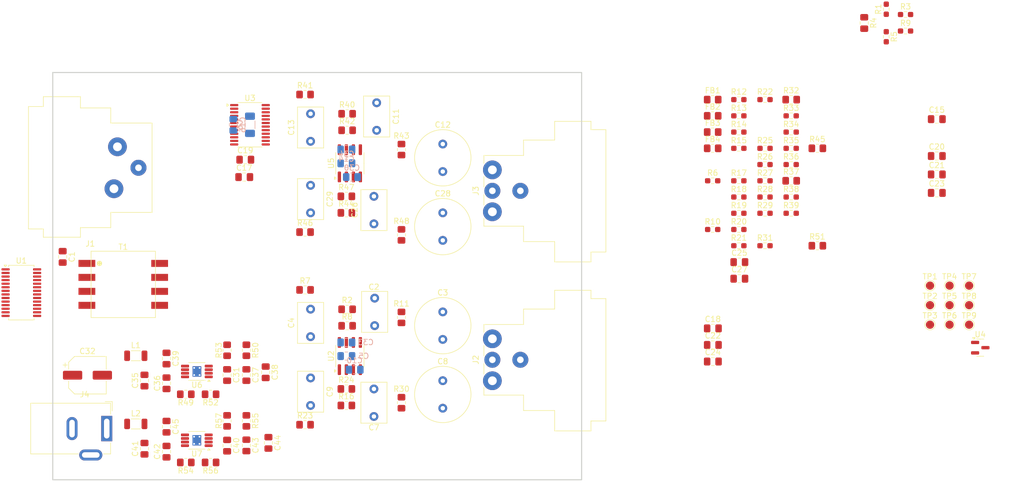
<source format=kicad_pcb>
(kicad_pcb (version 20240108) (generator "pcbnew") (generator_version "8.0")
  (layers (0 "F.Cu" signal) (31 "B.Cu" signal) (34 "B.Paste" user) (35 "F.Paste" user) (36 "B.SilkS" user "B.Silkscreen") (37 "F.SilkS" user "F.Silkscreen") (38 "B.Mask" user) (39 "F.Mask" user) (44 "Edge.Cuts" user))
  (net 0 "")
  (net 1 "Net-(J1-Pad1)")
  (net 2 "Net-(C1-Pad1)")
  (net 3 "/XLR_L_+")
  (net 4 "/XLR_L_-")
  (net 5 "Earth")
  (net 6 "/XLR_R_+")
  (net 7 "/XLR_R_-")
  (net 8 "GND")
  (net 9 "Net-(C32-Pad1)")
  (net 10 "Net-(C3-Pad2)")
  (net 11 "Net-(C4-Pad2)")
  (net 12 "/Vcom")
  (net 13 "Net-(C8-Pad2)")
  (net 14 "Net-(U5A-+)")
  (net 15 "Net-(C11-Pad1)")
  (net 16 "Net-(C12-Pad2)")
  (net 17 "Net-(C13-Pad2)")
  (net 18 "Net-(U3B-VDD)")
  (net 19 "Net-(U3B-VCC1)")
  (net 20 "Net-(U1A-VCC)")
  (net 21 "Net-(U1A-VDD)")
  (net 22 "Net-(U1A-FILT)")
  (net 23 "Net-(C27-Pad2)")
  (net 24 "Net-(C28-Pad2)")
  (net 25 "+3.3V")
  (net 26 "Net-(U6-FB)")
  (net 27 "+5V")
  (net 28 "Net-(U6-IN)")
  (net 29 "Net-(U6-NR{slash}SS)")
  (net 30 "Net-(U7-FB)")
  (net 31 "Net-(U7-IN)")
  (net 32 "Net-(U7-NR{slash}SS)")
  (net 33 "Net-(C2-Pad1)")
  (net 34 "Net-(U1B-RXIN)")
  (net 35 "Net-(U1B-SCKO)")
  (net 36 "Net-(U3A-SCKI)")
  (net 37 "Net-(U3A-VOUTL-)")
  (net 38 "Net-(U2B-+)")
  (net 39 "Net-(U3A-BCK)")
  (net 40 "Net-(U1B-BCKO)")
  (net 41 "Net-(U3A-LRCLK)")
  (net 42 "Net-(U1B-LRCKO)")
  (net 43 "Net-(U3A-DIN)")
  (net 44 "Net-(U1B-DOUT)")
  (net 45 "Net-(U3A-~{RST})")
  (net 46 "/RSTN")
  (net 47 "Net-(C7-Pad1)")
  (net 48 "Net-(C9-Pad2)")
  (net 49 "Net-(U3A-FMT)")
  (net 50 "Net-(U1C-PSCK1)")
  (net 51 "Net-(U1C-PSCK0)")
  (net 52 "Net-(U1C-FMT1)")
  (net 53 "Net-(U1C-FMT0)")
  (net 54 "Net-(U1C-CKSEL)")
  (net 55 "Net-(U3A-VOUTL+)")
  (net 56 "Net-(U2A-+)")
  (net 57 "/AMUTE")
  (net 58 "Net-(U3A-MODE)")
  (net 59 "/DEMP")
  (net 60 "Net-(R29-Pad2)")
  (net 61 "Net-(R31-Pad2)")
  (net 62 "Net-(U1C-ERROR)")
  (net 63 "Net-(U1C-EMPH)")
  (net 64 "Net-(U3A-VOUTR+)")
  (net 65 "Net-(C29-Pad2)")
  (net 66 "Net-(C26-Pad1)")
  (net 67 "Net-(U3A-VOUTR-)")
  (net 68 "Net-(U5B-+)")
  (net 69 "Net-(U6-EN)")
  (net 70 "Net-(U7-EN)")
  (net 71 "Net-(U1B-BFRAME)")
  (net 72 "Net-(U1C-FSOUT0)")
  (net 73 "Net-(U3A-ZERO1)")
  (net 74 "Net-(U1C-CLKST)")
  (net 75 "Net-(U1C-FSOUT1)")
  (net 76 "Net-(U3A-ZERO2)")
  (net 77 "Net-(U1C-COUT)")
  (net 78 "Net-(U1C-UOUT)")
  (net 79 "Net-(U1C-~{AUDIO})")
  (net 87 "Net-(C1-Pad2)")
  (net 88 "Net-(J1-Pad3)")
  (net 89 "Net-(R1-Pad1)")
  (net 90 "Net-(R4-Pad2)")
  (footprint "Capacitor_THT:C_Radial_D10.0mm_H12.5mm_P5.00mm" (layer "F.Cu") (at 91.5 68.5 90)
    (property "Reference" "C3" (at 8.5 0 0) (layer "F.SilkS"))
    (property "Value" "22u")
    (pad "1" thru_hole circle (at 0 0 90) (size 1.6 1.6) (drill 0.8) (layers "*.Cu" "*.Mask") (net 3 "/XLR_L_+"))
    (pad "2" thru_hole circle (at 5 0 90) (size 1.6 1.6) (drill 0.8) (layers "*.Cu" "*.Mask") (net 10 "Net-(C3-Pad2)"))
  )
  (footprint "Resistor_SMD:R_0603_1608Metric_Pad0.98x0.95mm_HandSolder" (layer "F.Cu") (at 145.2425 39.675)
    (property "Reference" "R17" (at 0 -1.43 0) (layer "F.SilkS"))
    (property "Value" "4.7k")
    (pad "1" smd roundrect (at -0.9125 0) (size 0.975 0.95) (layers "F.Cu" "F.Paste" "F.Mask") (net 49 "Net-(U3A-FMT)"))
    (pad "2" smd roundrect (at 0.9125 0) (size 0.975 0.95) (layers "F.Cu" "F.Paste" "F.Mask") (net 25 "+3.3V"))
  )
  (footprint "Resistor_SMD:R_0805_2012Metric_Pad1.20x1.40mm_HandSolder" (layer "F.Cu") (at 74.135 63.025)
    (property "Reference" "R2" (at 0 -1.65 0) (layer "F.SilkS"))
    (property "Value" "3.6k")
    (pad "1" smd roundrect (at -1 0) (size 1.2 1.4) (layers "F.Cu" "F.Paste" "F.Mask") (roundrect_rratio 0.208333) (net 11 "Net-(C4-Pad2)"))
    (pad "2" smd roundrect (at 1 0) (size 1.2 1.4) (layers "F.Cu" "F.Paste" "F.Mask") (roundrect_rratio 0.208333) (net 33 "Net-(C2-Pad1)"))
  )
  (footprint "Capacitor_THT:C_Radial_D10.0mm_H12.5mm_P5.00mm" (layer "F.Cu") (at 91.5 45.5 -90)
    (property "Reference" "C28" (at -3.5 0 180) (layer "F.SilkS"))
    (property "Value" "22u")
    (pad "1" thru_hole circle (at 0 0 270) (size 1.6 1.6) (drill 0.8) (layers "*.Cu" "*.Mask") (net 6 "/XLR_R_+"))
    (pad "2" thru_hole circle (at 5 0 270) (size 1.6 1.6) (drill 0.8) (layers "*.Cu" "*.Mask") (net 24 "Net-(C28-Pad2)"))
  )
  (footprint "Resistor_SMD:R_0603_1608Metric_Pad0.98x0.95mm_HandSolder" (layer "F.Cu") (at 149.9925 42.625)
    (property "Reference" "R28" (at 0 -1.43 0) (layer "F.SilkS"))
    (property "Value" "4.7k")
    (pad "1" smd roundrect (at -0.9125 0) (size 0.975 0.95) (layers "F.Cu" "F.Paste" "F.Mask") (net 8 "GND"))
    (pad "2" smd roundrect (at 0.9125 0) (size 0.975 0.95) (layers "F.Cu" "F.Paste" "F.Mask") (net 59 "/DEMP"))
  )
  (footprint "Resistor_SMD:R_0805_2012Metric_Pad1.20x1.40mm_HandSolder" (layer "F.Cu") (at 140.4925 24.925)
    (property "Reference" "FB1" (at 0 -1.65 0) (layer "F.SilkS"))
    (property "Value" "~")
    (pad "1" smd roundrect (at -1 0) (size 1.2 1.4) (layers "F.Cu" "F.Paste" "F.Mask") (roundrect_rratio 0.208333) (net 25 "+3.3V"))
    (pad "2" smd roundrect (at 1 0) (size 1.2 1.4) (layers "F.Cu" "F.Paste" "F.Mask") (roundrect_rratio 0.208333) (net 18 "Net-(U3B-VDD)"))
  )
  (footprint "TestPoint:TestPoint_Pad_D1.5mm" (layer "F.Cu") (at 179.9425 65.825)
    (property "Reference" "TP3" (at 0 -1.648 0) (layer "F.SilkS"))
    (property "Value" "TestPoint_Small")
    (pad "1" smd circle (at 0 0) (size 1.5 1.5) (layers "F.Cu" "F.Mask") (net 73 "Net-(U3A-ZERO1)"))
  )
  (footprint "Resistor_SMD:R_0805_2012Metric_Pad1.20x1.40mm_HandSolder" (layer "F.Cu") (at 74.135 27.5)
    (property "Reference" "R40" (at 0 -1.65 0) (layer "F.SilkS"))
    (property "Value" "3.6k")
    (pad "1" smd roundrect (at -1 0) (size 1.2 1.4) (layers "F.Cu" "F.Paste" "F.Mask") (roundrect_rratio 0.208333) (net 17 "Net-(C13-Pad2)"))
    (pad "2" smd roundrect (at 1 0) (size 1.2 1.4) (layers "F.Cu" "F.Paste" "F.Mask") (roundrect_rratio 0.208333) (net 15 "Net-(C11-Pad1)"))
  )
  (footprint "Capacitor_SMD:CP_Elec_6.3x7.7" (layer "F.Cu") (at 27 75)
    (property "Reference" "C32" (at 0 -4.35 360) (layer "F.SilkS"))
    (property "Value" "100u")
    (pad "1" smd roundrect (at -2.7 0) (size 3.5 1.6) (layers "F.Cu" "F.Paste" "F.Mask") (roundrect_rratio 0.15625) (net 9 "Net-(C32-Pad1)"))
    (pad "2" smd roundrect (at 2.7 0) (size 3.5 1.6) (layers "F.Cu" "F.Paste" "F.Mask") (roundrect_rratio 0.15625) (net 8 "GND"))
  )
  (footprint "Resistor_SMD:R_0805_2012Metric_Pad1.20x1.40mm_HandSolder" (layer "F.Cu") (at 66.5 24)
    (property "Reference" "R41" (at 0 -1.65 0) (layer "F.SilkS"))
    (property "Value" "8.2k")
    (pad "1" smd roundrect (at -1 0) (size 1.2 1.4) (layers "F.Cu" "F.Paste" "F.Mask") (roundrect_rratio 0.208333) (net 64 "Net-(U3A-VOUTR+)"))
    (pad "2" smd roundrect (at 1 0) (size 1.2 1.4) (layers "F.Cu" "F.Paste" "F.Mask") (roundrect_rratio 0.208333) (net 17 "Net-(C13-Pad2)"))
  )
  (footprint "TestPoint:TestPoint_Pad_D1.5mm" (layer "F.Cu") (at 183.4925 62.275)
    (property "Reference" "TP5" (at 0 -1.648 0) (layer "F.SilkS"))
    (property "Value" "TestPoint_Small")
    (pad "1" smd circle (at 0 0) (size 1.5 1.5) (layers "F.Cu" "F.Mask") (net 75 "Net-(U1C-FSOUT1)"))
  )
  (footprint "Resistor_SMD:R_0603_1608Metric_Pad0.98x0.95mm_HandSolder" (layer "F.Cu") (at 145.2425 51.475)
    (property "Reference" "R21" (at 0 -1.43 0) (layer "F.SilkS"))
    (property "Value" "4.7k")
    (pad "1" smd roundrect (at -0.9125 0) (size 0.975 0.95) (layers "F.Cu" "F.Paste" "F.Mask") (net 53 "Net-(U1C-FMT0)"))
    (pad "2" smd roundrect (at 0.9125 0) (size 0.975 0.95) (layers "F.Cu" "F.Paste" "F.Mask") (net 25 "+3.3V"))
  )
  (footprint "TestPoint:TestPoint_Pad_D1.5mm" (layer "F.Cu") (at 183.4925 58.725)
    (property "Reference" "TP4" (at 0 -1.648 0) (layer "F.SilkS"))
    (property "Value" "TestPoint_Small")
    (pad "1" smd circle (at 0 0) (size 1.5 1.5) (layers "F.Cu" "F.Mask") (net 74 "Net-(U1C-CLKST)"))
  )
  (footprint "Capacitor_SMD:C_0805_2012Metric_Pad1.18x1.45mm_HandSolder" (layer "F.Cu") (at 168 11 -90)
    (property "Reference" "R4" (at 0 -1.68 90) (layer "F.SilkS"))
    (property "Value" "110R")
    (pad "1" smd roundrect (at -1.0375 0 270) (size 1.175 1.45) (layers "F.Cu" "F.Paste" "F.Mask") (roundrect_rratio 0.212766) (net 89 "Net-(R1-Pad1)"))
    (pad "2" smd roundrect (at 1.0375 0 270) (size 1.175 1.45) (layers "F.Cu" "F.Paste" "F.Mask") (roundrect_rratio 0.212766) (net 90 "Net-(R4-Pad2)"))
  )
  (footprint "Resistor_SMD:R_0805_2012Metric_Pad1.20x1.40mm_HandSolder" (layer "F.Cu") (at 44.85 90.855)
    (property "Reference" "R54" (at 0 1.5 360) (layer "F.SilkS"))
    (property "Value" "56k")
    (pad "1" smd roundrect (at -1 0) (size 1.2 1.4) (layers "F.Cu" "F.Paste" "F.Mask") (roundrect_rratio 0.208333) (net 31 "Net-(U7-IN)"))
    (pad "2" smd roundrect (at 1 0) (size 1.2 1.4) (layers "F.Cu" "F.Paste" "F.Mask") (roundrect_rratio 0.208333) (net 70 "Net-(U7-EN)"))
  )
  (footprint "TestPoint:TestPoint_Pad_D1.5mm" (layer "F.Cu") (at 179.9425 58.725)
    (property "Reference" "TP1" (at 0 -1.648 0) (layer "F.SilkS"))
    (property "Value" "TestPoint_Small")
    (pad "1" smd circle (at 0 0) (size 1.5 1.5) (layers "F.Cu" "F.Mask") (net 71 "Net-(U1B-BFRAME)"))
  )
  (footprint "Resistor_SMD:R_0603_1608Metric_Pad0.98x0.95mm_HandSolder" (layer "F.Cu") (at 154.7425 30.825)
    (property "Reference" "R34" (at 0 -1.43 0) (layer "F.SilkS"))
    (property "Value" "0R")
    (pad "1" smd roundrect (at -0.9125 0) (size 0.975 0.95) (layers "F.Cu" "F.Paste" "F.Mask") (net 63 "Net-(U1C-EMPH)"))
    (pad "2" smd roundrect (at 0.9125 0) (size 0.975 0.95) (layers "F.Cu" "F.Paste" "F.Mask") (net 59 "/DEMP"))
  )
  (footprint "Resistor_SMD:R_0603_1608Metric_Pad0.98x0.95mm_HandSolder" (layer "F.Cu") (at 140.4925 39.675)
    (property "Reference" "R6" (at 0 -1.43 0) (layer "F.SilkS"))
    (property "Value" "27R")
    (pad "1" smd roundrect (at -0.9125 0) (size 0.975 0.95) (layers "F.Cu" "F.Paste" "F.Mask") (net 35 "Net-(U1B-SCKO)"))
    (pad "2" smd roundrect (at 0.9125 0) (size 0.975 0.95) (layers "F.Cu" "F.Paste" "F.Mask") (net 36 "Net-(U3A-SCKI)"))
  )
  (footprint "Connector_Audio:Jack_XLR_Neutrik_NC3MAH-0_Horizontal" (layer "F.Cu") (at 100.5 45.31 90)
    (property "Reference" "J3" (at 3.81 -3 90) (layer "F.SilkS"))
    (property "Value" "XLR3")
    (pad "" np_thru_hole circle (at 0 8.89 90) (size 1.6 1.6) (drill 1.6) (layers "*.Cu" "*.Mask"))
    (pad "" np_thru_hole circle (at 7.62 13.97 90) (size 1.6 1.6) (drill 1.6) (layers "*.Cu" "*.Mask"))
    (pad "1" thru_hole circle (at 0 0 90) (size 3.4 3.4) (drill 1.6) (layers "*.Cu" "*.Mask") (net 5 "Earth"))
    (pad "2" thru_hole circle (at 7.62 0 90) (size 3.4 3.4) (drill 1.6) (layers "*.Cu" "*.Mask") (net 7 "/XLR_R_-"))
    (pad "3" thru_hole circle (at 3.81 0 90) (size 2.9 2.9) (drill 1.2) (layers "*.Cu" "*.Mask") (net 6 "/XLR_R_+"))
    (pad "G" thru_hole circle (at 3.81 5.08 90) (size 2.9 2.9) (drill 1.2) (layers "*.Cu" "*.Mask"))
  )
  (footprint "Connector_Audio:Jack_XLR_Neutrik_NC3FAH1-0_Horizontal" (layer "F.Cu") (at 31.81 41.12 180)
    (property "Reference" "J1" (at 4.3 -10 180) (layer "F.SilkS"))
    (property "Value" "XLR3")
    (pad "" np_thru_hole circle (at 3.81 7.62 180) (size 1.6 1.6) (drill 1.6) (layers "*.Cu" "*.Mask"))
    (pad "" np_thru_hole circle (at 8.89 0 180) (size 1.6 1.6) (drill 1.6) (layers "*.Cu" "*.Mask"))
    (pad "1" thru_hole circle (at 0 0 180) (size 3.4 3.4) (drill 1.6) (layers "*.Cu" "*.Mask") (net 1 "Net-(J1-Pad1)"))
    (pad "2" thru_hole circle (at -0.635 7.62 180) (size 3.4 3.4) (drill 1.6) (layers "*.Cu" "*.Mask") (net 2 "Net-(C1-Pad1)"))
    (pad "3" thru_hole circle (at -4.45 3.81 180) (size 2.9 2.9) (drill 1.2) (layers "*.Cu" "*.Mask") (net 88 "Net-(J1-Pad3)"))
  )
  (footprint "Resistor_SMD:R_0603_1608Metric_Pad0.98x0.95mm_HandSolder" (layer "F.Cu") (at 145.2425 30.825)
    (property "Reference" "R14" (at 0 -1.43 0) (layer "F.SilkS"))
    (property "Value" "4.7k")
    (pad "1" smd roundrect (at -0.9125 0) (size 0.975 0.95) (layers "F.Cu" "F.Paste" "F.Mask") (net 25 "+3.3V"))
    (pad "2" smd roundrect (at 0.9125 0) (size 0.975 0.95) (layers "F.Cu" "F.Paste" "F.Mask") (net 45 "Net-(U3A-~{RST})"))
  )
  (footprint "Capacitor_SMD:C_0805_2012Metric_Pad1.18x1.45mm_HandSolder" (layer "F.Cu") (at 37.35 75.97 90)
    (property "Reference" "C35" (at 0 -1.68 90) (layer "F.SilkS"))
    (property "Value" "10u")
    (pad "1" smd roundrect (at -1.0375 0 90) (size 1.175 1.45) (layers "F.Cu" "F.Paste" "F.Mask") (roundrect_rratio 0.212766) (net 8 "GND"))
    (pad "2" smd roundrect (at 1.0375 0 90) (size 1.175 1.45) (layers "F.Cu" "F.Paste" "F.Mask") (roundrect_rratio 0.212766) (net 28 "Net-(U6-IN)"))
  )
  (footprint "Resistor_SMD:R_0805_2012Metric_Pad1.20x1.40mm_HandSolder" (layer "F.Cu") (at 154.7425 24.925)
    (property "Reference" "R32" (at 0 -1.65 0) (layer "F.SilkS"))
    (property "Value" "4.7k")
    (pad "1" smd roundrect (at -1 0) (size 1.2 1.4) (layers "F.Cu" "F.Paste" "F.Mask") (roundrect_rratio 0.208333) (net 46 "/RSTN"))
    (pad "2" smd roundrect (at 1 0) (size 1.2 1.4) (layers "F.Cu" "F.Paste" "F.Mask") (roundrect_rratio 0.208333) (net 25 "+3.3V"))
  )
  (footprint "Capacitor_THT:C_Rect_L7.2mm_W4.5mm_P5.00mm_FKS2_FKP2_MKS2_MKP2" (layer "F.Cu") (at 67.5 40.5 -90)
    (property "Reference" "C29" (at 2.5 -3.5 90) (layer "F.SilkS"))
    (property "Value" "680p")
    (pad "1" thru_hole circle (at 0 0 270) (size 1.6 1.6) (drill 0.8) (layers "*.Cu" "*.Mask") (net 8 "GND"))
    (pad "2" thru_hole circle (at 5 0 270) (size 1.6 1.6) (drill 0.8) (layers "*.Cu" "*.Mask") (net 65 "Net-(C29-Pad2)"))
  )
  (footprint "Resistor_SMD:R_0805_2012Metric_Pad1.20x1.40mm_HandSolder" (layer "F.Cu") (at 74.135 66.025)
    (property "Reference" "R8" (at 0 -1.65 0) (layer "F.SilkS"))
    (property "Value" "16k")
    (pad "1" smd roundrect (at -1 0) (size 1.2 1.4) (layers "F.Cu" "F.Paste" "F.Mask") (roundrect_rratio 0.208333) (net 11 "Net-(C4-Pad2)"))
    (pad "2" smd roundrect (at 1 0) (size 1.2 1.4) (layers "F.Cu" "F.Paste" "F.Mask") (roundrect_rratio 0.208333) (net 38 "Net-(U2B-+)"))
  )
  (footprint "Package_SO:TSSOP-24_4.4x7.8mm_P0.65mm" (layer "F.Cu") (at 56.5 29.5)
    (property "Reference" "U3" (at 0 -4.85 360) (layer "F.SilkS"))
    (property "Value" "PCM1789")
    (pad "1" smd roundrect (at -2.8625 -3.575) (size 1.475 0.4) (layers "F.Cu" "F.Paste" "F.Mask") (net 41 "Net-(U3A-LRCLK)"))
    (pad "2" smd roundrect (at -2.8625 -2.925) (size 1.475 0.4) (layers "F.Cu" "F.Paste" "F.Mask") (net 39 "Net-(U3A-BCK)"))
    (pad "3" smd roundrect (at -2.8625 -2.275) (size 1.475 0.4) (layers "F.Cu" "F.Paste" "F.Mask") (net 43 "Net-(U3A-DIN)"))
    (pad "4" smd roundrect (at -2.8625 -1.625) (size 1.475 0.4) (layers "F.Cu" "F.Paste" "F.Mask") (net 45 "Net-(U3A-~{RST})"))
    (pad "5" smd roundrect (at -2.8625 -0.975) (size 1.475 0.4) (layers "F.Cu" "F.Paste" "F.Mask") (net 36 "Net-(U3A-SCKI)"))
    (pad "6" smd roundrect (at -2.8625 -0.325) (size 1.475 0.4) (layers "F.Cu" "F.Paste" "F.Mask") (net 18 "Net-(U3B-VDD)"))
    (pad "7" smd roundrect (at -2.8625 0.325) (size 1.475 0.4) (layers "F.Cu" "F.Paste" "F.Mask") (net 8 "GND"))
    (pad "8" smd roundrect (at -2.8625 0.975) (size 1.475 0.4) (layers "F.Cu" "F.Paste" "F.Mask") (net 19 "Net-(U3B-VCC1)"))
    (pad "9" smd roundrect (at -2.8625 1.625) (size 1.475 0.4) (layers "F.Cu" "F.Paste" "F.Mask") (net 12 "/Vcom"))
    (pad "10" smd roundrect (at -2.8625 2.275) (size 1.475 0.4) (layers "F.Cu" "F.Paste" "F.Mask") (net 8 "GND"))
    (pad "11" smd roundrect (at -2.8625 2.925) (size 1.475 0.4) (layers "F.Cu" "F.Paste" "F.Mask") (net 37 "Net-(U3A-VOUTL-)"))
    (pad "12" smd roundrect (at -2.8625 3.575) (size 1.475 0.4) (layers "F.Cu" "F.Paste" "F.Mask") (net 55 "Net-(U3A-VOUTL+)"))
    (pad "13" smd roundrect (at 2.8625 3.575) (size 1.475 0.4) (layers "F.Cu" "F.Paste" "F.Mask") (net 64 "Net-(U3A-VOUTR+)"))
    (pad "14" smd roundrect (at 2.8625 2.925) (size 1.475 0.4) (layers "F.Cu" "F.Paste" "F.Mask") (net 67 "Net-(U3A-VOUTR-)"))
    (pad "15" smd roundrect (at 2.8625 2.275) (size 1.475 0.4) (layers "F.Cu" "F.Paste" "F.Mask") (net 8 "GND"))
    (pad "16" smd roundrect (at 2.8625 1.625) (size 1.475 0.4) (layers "F.Cu" "F.Paste" "F.Mask") (net 19 "Net-(U3B-VCC1)"))
    (pad "17" smd roundrect (at 2.8625 0.975) (size 1.475 0.4) (layers "F.Cu" "F.Paste" "F.Mask") (net 57 "/AMUTE"))
    (pad "18" smd roundrect (at 2.8625 0.325) (size 1.475 0.4) (layers "F.Cu" "F.Paste" "F.Mask") (net 76 "Net-(U3A-ZERO2)"))
    (pad "19" smd roundrect (at 2.8625 -0.325) (size 1.475 0.4) (layers "F.Cu" "F.Paste" "F.Mask") (net 73 "Net-(U3A-ZERO1)"))
    (pad "20" smd roundrect (at 2.8625 -0.975) (size 1.475 0.4) (layers "F.Cu" "F.Paste" "F.Mask") (net 58 "Net-(U3A-MODE)"))
    (pad "21" smd roundrect (at 2.8625 -1.625) (size 1.475 0.4) (layers "F.Cu" "F.Paste" "F.Mask") (net 59 "/DEMP"))
    (pad "22" smd roundrect (at 2.8625 -2.275) (size 1.475 0.4) (layers "F.Cu" "F.Paste" "F.Mask") (net 49 "Net-(U3A-FMT)"))
    (pad "23" smd roundrect (at 2.8625 -2.925) (size 1.475 0.4) (layers "F.Cu" "F.Paste" "F.Mask") (net 60 "Net-(R29-Pad2)"))
    (pad "24" smd roundrect (at 2.8625 -3.575) (size 1.475 0.4) (layers "F.Cu" "F.Paste" "F.Mask") (net 61 "Net-(R31-Pad2)"))
  )
  (footprint "Resistor_SMD:R_0805_2012Metric_Pad1.20x1.40mm_HandSolder" (layer "F.Cu") (at 84 80 -90)
    (property "Reference" "R30" (at -2.5 0 180) (layer "F.SilkS"))
    (property "Value" "220")
    (pad "1" smd roundrect (at -1 0 270) (size 1.2 1.4) (layers "F.Cu" "F.Paste" "F.Mask") (roundrect_rratio 0.208333) (net 47 "Net-(C7-Pad1)"))
    (pad "2" smd roundrect (at 1 0 270) (size 1.2 1.4) (layers "F.Cu" "F.Paste" "F.Mask") (roundrect_rratio 0.208333) (net 13 "Net-(C8-Pad2)"))
  )
  (footprint "Resistor_SMD:R_0805_2012Metric_Pad1.20x1.40mm_HandSolder" (layer "F.Cu") (at 44.85 78.47)
    (property "Reference" "R49" (at 0 1.5 360) (layer "F.SilkS"))
    (property "Value" "56k")
    (pad "1" smd roundrect (at -1 0) (size 1.2 1.4) (layers "F.Cu" "F.Paste" "F.Mask") (roundrect_rratio 0.208333) (net 28 "Net-(U6-IN)"))
    (pad "2" smd roundrect (at 1 0) (size 1.2 1.4) (layers "F.Cu" "F.Paste" "F.Mask") (roundrect_rratio 0.208333) (net 69 "Net-(U6-EN)"))
  )
  (footprint "Capacitor_SMD:C_0805_2012Metric_Pad1.18x1.45mm_HandSolder" (layer "F.Cu") (at 55.4625 39)
    (property "Reference" "C17" (at 0 -1.68 0) (layer "F.SilkS"))
    (property "Value" "1u")
    (pad "1" smd roundrect (at -1.0375 0) (size 1.175 1.45) (layers "F.Cu" "F.Paste" "F.Mask") (roundrect_rratio 0.212766) (net 8 "GND"))
    (pad "2" smd roundrect (at 1.0375 0) (size 1.175 1.45) (layers "F.Cu" "F.Paste" "F.Mask") (roundrect_rratio 0.212766) (net 19 "Net-(U3B-VCC1)"))
  )
  (footprint "Connector_Audio:Jack_XLR_Neutrik_NC3MAH-0_Horizontal" (layer "F.Cu") (at 100.5 76.01 90)
    (property "Reference" "J2" (at 3.81 -3 90) (layer "F.SilkS"))
    (property "Value" "XLR3")
    (pad "" np_thru_hole circle (at 0 8.89 90) (size 1.6 1.6) (drill 1.6) (layers "*.Cu" "*.Mask"))
    (pad "" np_thru_hole circle (at 7.62 13.97 90) (size 1.6 1.6) (drill 1.6) (layers "*.Cu" "*.Mask"))
    (pad "1" thru_hole circle (at 0 0 90) (size 3.4 3.4) (drill 1.6) (layers "*.Cu" "*.Mask") (net 5 "Earth"))
    (pad "2" thru_hole circle (at 7.62 0 90) (size 3.4 3.4) (drill 1.6) (layers "*.Cu" "*.Mask") (net 3 "/XLR_L_+"))
    (pad "3" thru_hole circle (at 3.81 0 90) (size 2.9 2.9) (drill 1.2) (layers "*.Cu" "*.Mask") (net 4 "/XLR_L_-"))
    (pad "G" thru_hole circle (at 3.81 5.08 90) (size 2.9 2.9) (drill 1.2) (layers "*.Cu" "*.Mask"))
  )
  (footprint "Capacitor_SMD:C_0805_2012Metric_Pad1.18x1.45mm_HandSolder" (layer "F.Cu") (at 52.35 87.795 -90)
    (property "Reference" "C40" (at 0 -1.68 90) (layer "F.SilkS"))
    (property "Value" "10n")
    (pad "1" smd roundrect (at -1.0375 0 270) (size 1.175 1.45) (layers "F.Cu" "F.Paste" "F.Mask") (roundrect_rratio 0.212766) (net 30 "Net-(U7-FB)"))
    (pad "2" smd roundrect (at 1.0375 0 270) (size 1.175 1.45) (layers "F.Cu" "F.Paste" "F.Mask") (roundrect_rratio 0.212766) (net 27 "+5V"))
  )
  (footprint "Capacitor_SMD:C_0805_2012Metric_Pad1.18x1.45mm_HandSolder" (layer "F.Cu") (at 22.5 53.5 -90)
    (property "Reference" "C1" (at 0 -1.68 90) (layer "F.SilkS"))
    (property "Value" "100n")
    (pad "1" smd roundrect (at -1.0375 0 270) (size 1.175 1.45) (layers "F.Cu" "F.Paste" "F.Mask") (roundrect_rratio 0.212766) (net 2 "Net-(C1-Pad1)"))
    (pad "2" smd roundrect (at 1.0375 0 270) (size 1.175 1.45) (layers "F.Cu" "F.Paste" "F.Mask") (roundrect_rratio 0.212766) (net 87 "Net-(C1-Pad2)"))
  )
  (footprint "Capacitor_SMD:C_0805_2012Metric_Pad1.18x1.45mm_HandSolder" (layer "F.Cu") (at 41.35 76.47 90)
    (property "Reference" "C36" (at 0 -1.68 270) (layer "F.SilkS"))
    (property "Value" "100n")
    (pad "1" smd roundrect (at -1.0375 0 90) (size 1.175 1.45) (layers "F.Cu" "F.Paste" "F.Mask") (roundrect_rratio 0.212766) (net 8 "GND"))
    (pad "2" smd roundrect (at 1.0375 0 90) (size 1.175 1.45) (layers "F.Cu" "F.Paste" "F.Mask") (roundrect_rratio 0.212766) (net 28 "Net-(U6-IN)"))
  )
  (footprint "Resistor_SMD:R_0805_2012Metric_Pad1.20x1.40mm_HandSolder" (layer "F.Cu") (at 66.5 59.5)
    (property "Reference" "R7" (at 0 -1.65 360) (layer "F.SilkS"))
    (property "Value" "8.2k")
    (pad "1" smd roundrect (at -1 0) (size 1.2 1.4) (layers "F.Cu" "F.Paste" "F.Mask") (roundrect_rratio 0.208333) (net 37 "Net-(U3A-VOUTL-)"))
    (pad "2" smd roundrect (at 1 0) (size 1.2 1.4) (layers "F.Cu" "F.Paste" "F.Mask") (roundrect_rratio 0.208333) (net 11 "Net-(C4-Pad2)"))
  )
  (footprint "TestPoint:TestPoint_Pad_D1.5mm" (layer "F.Cu") (at 187.0425 62.275)
    (property "Reference" "TP8" (at 0 -1.648 0) (layer "F.SilkS"))
    (property "Value" "TestPoint_Small")
    (pad "1" smd circle (at 0 0) (size 1.5 1.5) (layers "F.Cu" "F.Mask") (net 78 "Net-(U1C-UOUT)"))
  )
  (footprint "Resistor_SMD:R_0603_1608Metric_Pad0.98x0.95mm_HandSolder" (layer "F.Cu") (at 140.4925 48.525)
    (property "Reference" "R10" (at 0 -1.43 0) (layer "F.SilkS"))
    (property "Value" "27R")
    (pad "1" smd roundrect (at -0.9125 0) (size 0.975 0.95) (layers "F.Cu" "F.Paste" "F.Mask") (net 40 "Net-(U1B-BCKO)"))
    (pad "2" smd roundrect (at 0.9125 0) (size 0.975 0.95) (layers "F.Cu" "F.Paste" "F.Mask") (net 39 "Net-(U3A-BCK)"))
  )
  (footprint "Resistor_SMD:R_0603_1608Metric_Pad0.98x0.95mm_HandSolder" (layer "F.Cu") (at 172 8.5 90)
    (property "Reference" "R1" (at 0 -1.43 90) (layer "F.SilkS"))
    (property "Value" "0R")
    (pad "1" smd roundrect (at -0.9125 0 90) (size 0.975 0.95) (layers "F.Cu" "F.Paste" "F.Mask") (net 89 "Net-(R1-Pad1)"))
    (pad "2" smd roundrect (at 0.9125 0 90) (size 0.975 0.95) (layers "F.Cu" "F.Paste" "F.Mask") (net 8 "GND"))
  )
  (footprint "Resistor_SMD:R_0805_2012Metric_Pad1.20x1.40mm_HandSolder" (layer "F.Cu") (at 159.4925 33.775)
    (property "Reference" "R45" (at 0 -1.65 0) (layer "F.SilkS"))
    (property "Value" "680")
    (pad "1" smd roundrect (at -1 0) (size 1.2 1.4) (layers "F.Cu" "F.Paste" "F.Mask") (roundrect_rratio 0.208333) (net 23 "Net-(C27-Pad2)"))
    (pad "2" smd roundrect (at 1 0) (size 1.2 1.4) (layers "F.Cu" "F.Paste" "F.Mask") (roundrect_rratio 0.208333) (net 22 "Net-(U1A-FILT)"))
  )
  (footprint "Capacitor_SMD:C_0805_2012Metric_Pad1.18x1.45mm_HandSolder" (layer "F.Cu") (at 140.5225 72.515)
    (property "Reference" "C24" (at 0 -1.68 0) (layer "F.SilkS"))
    (property "Value" "100n")
    (pad "1" smd roundrect (at -1.0375 0) (size 1.175 1.45) (layers "F.Cu" "F.Paste" "F.Mask") (roundrect_rratio 0.212766) (net 8 "GND"))
    (pad "2" smd roundrect (at 1.0375 0) (size 1.175 1.45) (layers "F.Cu" "F.Paste" "F.Mask") (roundrect_rratio 0.212766) (net 21 "Net-(U1A-VDD)"))
  )
  (footprint "Capacitor_THT:C_Radial_D10.0mm_H12.5mm_P5.00mm" (layer "F.Cu") (at 91.5 38 90)
    (property "Reference" "C12" (at 8.5 0 0) (layer "F.SilkS"))
    (property "Value" "22u")
    (pad "1" thru_hole circle (at 0 0 90) (size 1.6 1.6) (drill 0.8) (layers "*.Cu" "*.Mask") (net 7 "/XLR_R_-"))
    (pad "2" thru_hole circle (at 5 0 90) (size 1.6 1.6) (drill 0.8) (layers "*.Cu" "*.Mask") (net 16 "Net-(C12-Pad2)"))
  )
  (footprint "Capacitor_THT:C_Radial_D10.0mm_H12.5mm_P5.00mm" (layer "F.Cu") (at 91.5 76 -90)
    (property "Reference" "C8" (at -3.5 0 180) (layer "F.SilkS"))
    (property "Value" "22u")
    (pad "1" thru_hole circle (at 0 0 270) (size 1.6 1.6) (drill 0.8) (layers "*.Cu" "*.Mask") (net 4 "/XLR_L_-"))
    (pad "2" thru_hole circle (at 5 0 270) (size 1.6 1.6) (drill 0.8) (layers "*.Cu" "*.Mask") (net 13 "Net-(C8-Pad2)"))
  )
  (footprint "Resistor_SMD:R_0805_2012Metric_Pad1.20x1.40mm_HandSolder" (layer "F.Cu") (at 55.85 83.295 -90)
    (property "Reference" "R55" (at 0 -1.65 90) (layer "F.SilkS"))
    (property "Value" "39k")
    (pad "1" smd roundrect (at -1 0 270) (size 1.2 1.4) (layers "F.Cu" "F.Paste" "F.Mask") (roundrect_rratio 0.208333) (net 27 "+5V"))
    (pad "2" smd roundrect (at 1 0 270) (size 1.2 1.4) (layers "F.Cu" "F.Paste" "F.Mask") (roundrect_rratio 0.208333) (net 30 "Net-(U7-FB)"))
  )
  (footprint "TestPoint:TestPoint_Pad_D1.5mm" (layer "F.Cu") (at 187.0425 58.725)
    (property "Reference" "TP7" (at 0 -1.648 0) (layer "F.SilkS"))
    (property "Value" "TestPoint_Small")
    (pad "1" smd circle (at 0 0) (size 1.5 1.5) (layers "F.Cu" "F.Mask") (net 77 "Net-(U1C-COUT)"))
  )
  (footprint "Package_SO:SOIC-8_3.9x4.9mm_P1.27mm" (layer "F.Cu") (at 74.635 36.5 90)
    (property "Reference" "U5" (at 0 -3.4 270) (layer "F.SilkS"))
    (property "Value" "OPA1612AxD")
    (pad "1" smd roundrect (at -2.475 -1.905 90) (size 1.95 0.6) (layers "F.Cu" "F.Paste" "F.Mask") (net 66 "Net-(C26-Pad1)"))
    (pad "2" smd roundrect (at -2.475 -0.635 90) (size 1.95 0.6) (layers "F.Cu" "F.Paste" "F.Mask") (net 12 "/Vcom"))
    (pad "3" smd roundrect (at -2.475 0.635 90) (size 1.95 0.6) (layers "F.Cu" "F.Paste" "F.Mask") (net 14 "Net-(U5A-+)"))
    (pad "4" smd roundrect (at -2.475 1.905 90) (size 1.95 0.6) (layers "F.Cu" "F.Paste" "F.Mask") (net 8 "GND"))
    (pad "5" smd roundrect (at 2.475 1.905 90) (size 1.95 0.6) (layers "F.Cu" "F.Paste" "F.Mask") (net 68 "Net-(U5B-+)"))
    (pad "6" smd roundrect (at 2.475 0.635 90) (size 1.95 0.6) (layers "F.Cu" "F.Paste" "F.Mask") (net 12 "/Vcom"))
    (pad "7" smd roundrect (at 2.475 -0.635 90) (size 1.95 0.6) (layers "F.Cu" "F.Paste" "F.Mask") (net 15 "Net-(C11-Pad1)"))
    (pad "8" smd roundrect (at 2.475 -1.905 90) (size 1.95 0.6) (layers "F.Cu" "F.Paste" "F.Mask") (net 27 "+5V"))
  )
  (footprint "Resistor_SMD:R_0603_1608Metric_Pad0.98x0.95mm_HandSolder" (layer "F.Cu") (at 149.9925 36.725)
    (property "Reference" "R26" (at 0 -1.43 0) (layer "F.SilkS"))
    (property "Value" "4.7k")
    (pad "1" smd roundrect (at -0.9125 0) (size 0.975 0.95) (layers "F.Cu" "F.Paste" "F.Mask") (net 8 "GND"))
    (pad "2" smd roundrect (at 0.9125 0) (size 0.975 0.95) (layers "F.Cu" "F.Paste" "F.Mask") (net 57 "/AMUTE"))
  )
  (footprint "Resistor_SMD:R_0805_2012Metric_Pad1.20x1.40mm_HandSolder" (layer "F.Cu") (at 84 49.5 -90)
    (property "Reference" "R48" (at -2.5 0 180) (layer "F.SilkS"))
    (property "Value" "220")
    (pad "1" smd roundrect (at -1 0 270) (size 1.2 1.4) (layers "F.Cu" "F.Paste" "F.Mask") (roundrect_rratio 0.208333) (net 66 "Net-(C26-Pad1)"))
    (pad "2" smd roundrect (at 1 0 270) (size 1.2 1.4) (layers "F.Cu" "F.Paste" "F.Mask") (roundrect_rratio 0.208333) (net 24 "Net-(C28-Pad2)"))
  )
  (footprint "Resistor_SMD:R_0805_2012Metric_Pad1.20x1.40mm_HandSolder" (layer "F.Cu") (at 49.35 78.47)
    (property "Reference" "R52" (at 0 1.5 360) (layer "F.SilkS"))
    (property "Value" "24k")
    (pad "1" smd roundrect (at -1 0) (size 1.2 1.4) (layers "F.Cu" "F.Paste" "F.Mask") (roundrect_rratio 0.208333) (net 69 "Net-(U6-EN)"))
    (pad "2" smd roundrect (at 1 0) (size 1.2 1.4) (layers "F.Cu" "F.Paste" "F.Mask") (roundrect_rratio 0.208333) (net 8 "GND"))
  )
  (footprint "Resistor_SMD:R_0603_1608Metric_Pad0.98x0.95mm_HandSolder" (layer "F.Cu") (at 154.7425 42.625)
    (property "Reference" "R38" (at 0 -1.43 0) (layer "F.SilkS"))
    (property "Value" "4.7k")
    (pad "1" smd roundrect (at -0.9125 0) (size 0.975 0.95) (layers "F.Cu" "F.Paste" "F.Mask") (net 8 "GND"))
    (pad "2" smd roundrect (at 0.9125 0) (size 0.975 0.95) (layers "F.Cu" "F.Paste" "F.Mask") (net 53 "Net-(U1C-FMT0)"))
  )
  (footprint "Resistor_SMD:R_0603_1608Metric_Pad0.98x0.95mm_HandSolder" (layer "F.Cu") (at 154.7425 27.875)
    (property "Reference" "R33" (at 0 -1.43 0) (layer "F.SilkS"))
    (property "Value" "0R")
    (pad "1" smd roundrect (at -0.9125 0) (size 0.975 0.95) (layers "F.Cu" "F.Paste" "F.Mask") (net 62 "Net-(U1C-ERROR)"))
    (pad "2" smd roundrect (at 0.9125 0) (size 0.975 0.95) (layers "F.Cu" "F.Paste" "F.Mask") (net 57 "/AMUTE"))
  )
  (footprint "Inductor_SMD:L_1206_3216Metric" (layer "F.Cu") (at 35.775 83.855)
    (property "Reference" "L2" (at 0 -1.9 360) (layer "F.SilkS"))
    (property "Value" "2.2u")
    (pad "1" smd roundrect (at -1.575 0) (size 1.05 1.9) (layers "F.Cu" "F.Paste" "F.Mask") (roundrect_rratio 0.238095) (net 9 "Net-(C32-Pad1)"))
    (pad "2" smd roundrect (at 1.575 0) (size 1.05 1.9) (layers "F.Cu" "F.Paste" "F.Mask") (roundrect_rratio 0.238095) (net 31 "Net-(U7-IN)"))
  )
  (footprint "Resistor_SMD:R_0805_2012Metric_Pad1.20x1.40mm_HandSolder" (layer "F.Cu") (at 74 45.5)
    (property "Reference" "R44" (at 0 -1.65 0) (layer "F.SilkS"))
    (property "Value" "3.6k")
    (pad "1" smd roundrect (at -1 0) (size 1.2 1.4) (layers "F.Cu" "F.Paste" "F.Mask") (roundrect_rratio 0.208333) (net 65 "Net-(C29-Pad2)"))
    (pad "2" smd roundrect (at 1 0) (size 1.2 1.4) (layers "F.Cu" "F.Paste" "F.Mask") (roundrect_rratio 0.208333) (net 66 "Net-(C26-Pad1)"))
  )
  (footprint "Capacitor_SMD:C_0805_2012Metric_Pad1.18x1.45mm_HandSolder" (layer "F.Cu") (at 52.35 74.97 -90)
    (property "Reference" "C31" (at 0 -1.68 90) (layer "F.SilkS"))
    (property "Value" "10n")
    (pad "1" smd roundrect (at -1.0375 0 270) (size 1.175 1.45) (layers "F.Cu" "F.Paste" "F.Mask") (roundrect_rratio 0.212766) (net 26 "Net-(U6-FB)"))
    (pad "2" smd roundrect (at 1.0375 0 270) (size 1.175 1.45) (layers "F.Cu" "F.Paste" "F.Mask") (roundrect_rratio 0.212766) (net 25 "+3.3V"))
  )
  (footprint "Resistor_SMD:R_0805_2012Metric_Pad1.20x1.40mm_HandSolder" (layer "F.Cu") (at 74 77.5)
    (property "Reference" "R24" (at 0 -1.65 0) (layer "F.SilkS"))
    (property "Value" "16k")
    (pad "1" smd roundrect (at -1 0) (size 1.2 1.4) (layers "F.Cu" "F.Paste" "F.Mask") (roundrect_rratio 0.208333) (net 48 "Net-(C9-Pad2)"))
    (pad "2" smd roundrect (at 1 0) (size 1.2 1.4) (layers "F.Cu" "F.Paste" "F.Mask") (roundrect_rratio 0.208333) (net 56 "Net-(U2A-+)"))
  )
  (footprint "Resistor_SMD:R_0805_2012Metric_Pad1.20x1.40mm_HandSolder" (layer "F.Cu") (at 52.35 83.295 -90)
    (property "Reference" "R57" (at 0 1.5 90) (layer "F.SilkS"))
    (property "Value" "12k")
    (pad "1" smd roundrect (at -1 0 270) (size 1.2 1.4) (layers "F.Cu" "F.Paste" "F.Mask") (roundrect_rratio 0.208333) (net 8 "GND"))
    (pad "2" smd roundrect (at 1 0 270) (size 1.2 1.4) (layers "F.Cu" "F.Paste" "F.Mask") (roundrect_rratio 0.208333) (net 30 "Net-(U7-FB)"))
  )
  (footprint "Capacitor_SMD:C_0805_2012Metric_Pad1.18x1.45mm_HandSolder" (layer "F.Cu") (at 55.85 87.7575 -90)
    (property "Reference" "C43" (at 0 -1.68 90) (layer "F.SilkS"))
    (property "Value" "100n")
    (pad "1" smd roundrect (at -1.0375 0 270) (size 1.175 1.45) (layers "F.Cu" "F.Paste" "F.Mask") (roundrect_rratio 0.212766) (net 8 "GND"))
    (pad "2" smd roundrect (at 1.0375 0 270) (size 1.175 1.45) (layers "F.Cu" "F.Paste" "F.Mask") (roundrect_rratio 0.212766) (net 27 "+5V"))
  )
  (footprint "Capacitor_THT:C_Rect_L7.2mm_W4.5mm_P5.00mm_FKS2_FKP2_MKS2_MKP2" (layer "F.Cu") (at 67.5 75.5 -90)
    (property "Reference" "C9" (at 2.5 -3.5 90) (layer "F.SilkS"))
    (property "Value" "680p")
    (pad "1" thru_hole circle (at 0 0 270) (size 1.6 1.6) (drill 0.8) (layers "*.Cu" "*.Mask") (net 8 "GND"))
    (pad "2" thru_hole circle (at 5 0 270) (size 1.6 1.6) (drill 0.8) (layers "*.Cu" "*.Mask") (net 48 "Net-(C9-Pad2)"))
  )
  (footprint "Resistor_SMD:R_0603_1608Metric_Pad0.98x0.95mm_HandSolder" (layer "F.Cu") (at 149.9925 39.675)
    (property "Reference" "R27" (at 0 -1.43 0) (layer "F.SilkS"))
    (property "Value" "220k")
    (pad "1" smd roundrect (at -0.9125 0) (size 0.975 0.95) (layers "F.Cu" "F.Paste" "F.Mask") (net 8 "GND"))
    (pad "2" smd roundrect (at 0.9125 0) (size 0.975 0.95) (layers "F.Cu" "F.Paste" "F.Mask") (net 58 "Net-(U3A-MODE)"))
  )
  (footprint "Resistor_SMD:R_0603_1608Metric_Pad0.98x0.95mm_HandSolder" (layer "F.Cu") (at 172 13.5 -90)
    (property "Reference" "R5" (at 0 -1.43 -90) (layer "F.SilkS"))
    (property "Value" "0R")
    (pad "1" smd roundrect (at -0.9125 0 270) (size 0.975 0.95) (layers "F.Cu" "F.Paste" "F.Mask") (net 90 "Net-(R4-Pad2)"))
    (pad "2" smd roundrect (at 0.9125 0 270) (size 0.975 0.95) (layers "F.Cu" "F.Paste" "F.Mask") (net 8 "GND"))
  )
  (footprint "Capacitor_THT:C_Rect_L7.2mm_W4.5mm_P5.00mm_FKS2_FKP2_MKS2_MKP2" (layer "F.Cu") (at 67.5 68 90)
    (property "Reference" "C4" (at 2.5 -3.5 270) (layer "F.SilkS"))
    (property "Value" "680p")
    (pad "1" thru_hole circle (at 0 0 90) (size 1.6 1.6) (drill 0.8) (layers "*.Cu" "*.Mask") (net 8 "GND"))
    (pad "2" thru_hole circle (at 5 0 90) (size 1.6 1.6) (drill 0.8) (layers "*.Cu" "*.Mask") (net 11 "Net-(C4-Pad2)"))
  )
  (footprint "Inductor_SMD:L_1206_3216Metric" (layer "F.Cu") (at 35.775 71.47)
    (property "Reference" "L1" (at 0 -1.9 0) (layer "F.SilkS"))
    (property "Value" "2.2u")
    (pad "1" smd roundrect (at -1.575 0) (size 1.05 1.9) (layers "F.Cu" "F.Paste" "F.Mask") (roundrect_rratio 0.238095) (net 9 "Net-(C32-Pad1)"))
    (pad "2" smd roundrect (at 1.575 0) (size 1.05 1.9) (layers "F.Cu" "F.Paste" "F.Mask") (roundrect_rratio 0.238095) (net 28 "Net-(U6-IN)"))
  )
  (footprint "Capacitor_SMD:C_0805_2012Metric_Pad1.18x1.45mm_HandSolder" (layer "F.Cu") (at 145.3325 54.455)
    (property "Reference" "C25" (at 0 -1.68 0) (layer "F.SilkS"))
    (property "Value" "4.7n")
    (pad "1" smd roundrect (at -1.0375 0) (size 1.175 1.45) (layers "F.Cu" "F.Paste" "F.Mask") (roundrect_rratio 0.212766) (net 8 "GND"))
    (pad "2" smd roundrect (at 1.0375 0) (size 1.175 1.45) (layers "F.Cu" "F.Paste" "F.Mask") (roundrect_rratio 0.212766) (net 22 "Net-(U1A-FILT)"))
  )
  (footprint "Package_SO:HVSSOP-8-1EP_3x3mm_P0.65mm_EP1.57x1.89mm_ThermalVias" (layer "F.Cu") (at 46.85 86.825 180)
    (property "Reference" "U7" (at 0 -2.45 180) (layer "F.SilkS"))
    (property "Value" "TPS7A49")
    (pad "1" smd roundrect (at -2.15 -0.975 180) (size 1.45 0.5) (layers "F.Cu" "F.Paste" "F.Mask") (net 27 "+5V"))
    (pad "2" smd roundrect (at -2.15 -0.325 180) (size 1.45 0.5) (layers "F.Cu" "F.Paste" "F.Mask") (net 30 "Net-(U7-FB)"))
    (pad "3" smd roundrect (at -2.15 0.325 180) (size 1.45 0.5) (layers "F.Cu" "F.Paste" "F.Mask"))
    (pad "4" smd roundrect (at -2.15 0.975 180) (size 1.45 0.5) (layers "F.Cu" "F.Paste" "F.Mask") (net 8 "GND"))
    (pad "5" smd roundrect (at 2.15 0.975 180) (size 1.45 0.5) (layers "F.Cu" "F.Paste" "F.Mask") (net 70 "Net-(U7-EN)"))
    (pad "6" smd roundrect (at 2.15 0.325 180) (size 1.45 0.5) (layers "F.Cu" "F.Paste" "F.Mask") (net 32 "Net-(U7-NR{slash}SS)"))
    (pad "7" smd roundrect (at 2.15 -0.325 180) (size 1.45 0.5) (layers "F.Cu" "F.Paste" "F.Mask"))
    (pad "8" smd roundrect (at 2.15 -0.975 180) (size 1.45 0.5) (layers "F.Cu" "F.Paste" "F.Mask") (net 31 "Net-(U7-IN)"))
    (pad "9" thru_hole circle (at -0.485 -0.645 180) (size 0.6 0.6) (drill 0.3) (property pad_prop_heatsink) (layers "*.Cu") (net 8 "GND"))
    (pad "9" thru_hole circle (at -0.485 0.645 180) (size 0.6 0.6) (drill 0.3) (property pad_prop_heatsink) (layers "*.Cu") (net 8 "GND"))
    (pad "9" smd rect (at 0 0 180) (size 1.57 1.89) (property pad_prop_heatsink) (layers "F.Cu" "F.Mask") (net 8 "GND"))
    (pad "9" smd rect (at 0 0 180) (size 1.57 1.89) (property pad_prop_heatsink) (layers "B.Cu") (net 8 "GND"))
    (pad "9" thru_hole circle (at 0.485 -0.645 180) (size 0.6 0.6) (drill 0.3) (property pad_prop_heatsink) (layers "*.Cu") (net 8 "GND"))
    (pad "9" thru_hole circle (at 0.485 0.645 180) (size 0.6 0.6) (drill 0.3) (property pad_prop_heatsink) (layers "*.Cu") (net 8 "GND"))
  )
  (footprint "Resistor_SMD:R_0805_2012Metric_Pad1.20x1.40mm_HandSolder" (layer "F.Cu") (at 52.35 70.47 -90)
    (property "Reference" "R53" (at 0 1.5 90) (layer "F.SilkS"))
    (property "Value" "10k")
    (pad "1" smd roundrect (at -1 0 270) (size 1.2 1.4) (layers "F.Cu" "F.Paste" "F.Mask") (roundrect_rratio 0.208333) (net 8 "GND"))
    (pad "2" smd roundrect (at 1 0 270) (size 1.2 1.4) (layers "F.Cu" "F.Paste" "F.Mask") (roundrect_rratio 0.208333) (net 26 "Net-(U6-FB)"))
  )
  (footprint "Package_SO:TSSOP-28_4.4x9.7mm_P0.65mm" (layer "F.Cu") (at 15 60)
    (property "Reference" "U1" (at 0 -5.8 0) (layer "F.SilkS"))
    (property "Value" "DIR9001")
    (pad "1" smd roundrect (at -2.8625 -4.225) (size 1.475 0.4) (layers "F.Cu" "F.Paste" "F.Mask") (net 79 "Net-(U1C-~{AUDIO})"))
    (pad "2" smd roundrect (at -2.8625 -3.575) (size 1.475 0.4) (layers "F.Cu" "F.Paste" "F.Mask") (net 72 "Net-(U1C-FSOUT0)"))
    (pad "3" smd roundrect (at -2.8625 -2.925) (size 1.475 0.4) (layers "F.Cu" "F.Paste" "F.Mask") (net 75 "Net-(U1C-FSOUT1)"))
    (pad "4" smd roundrect (at -2.8625 -2.275) (size 1.475 0.4) (layers "F.Cu" "F.Paste" "F.Mask") (net 35 "Net-(U1B-SCKO)"))
    (pad "5" smd roundrect (at -2.8625 -1.625) (size 1.475 0.4) (layers "F.Cu" "F.Paste" "F.Mask") (net 21 "Net-(U1A-VDD)"))
    (pad "6" smd roundrect (at -2.8625 -0.975) (size 1.475 0.4) (layers "F.Cu" "F.Paste" "F.Mask") (net 8 "GND"))
    (pad "7" smd roundrect (at -2.8625 -0.325) (size 1.475 0.4) (layers "F.Cu" "F.Paste" "F.Mask"))
    (pad "8" smd roundrect (at -2.8625 0.325) (size 1.475 0.4) (layers "F.Cu" "F.Paste" "F.Mask"))
    (pad "9" smd roundrect (at -2.8625 0.975) (size 1.475 0.4) (layers "F.Cu" "F.Paste" "F.Mask") (net 74 "Net-(U1C-CLKST)"))
    (pad "10" smd roundrect (at -2.8625 1.625) (size 1.475 0.4) (layers "F.Cu" "F.Paste" "F.Mask") (net 42 "Net-(U1B-LRCKO)"))
    (pad "11" smd roundrect (at -2.8625 2.275) (size 1.475 0.4) (layers "F.Cu" "F.Paste" "F.Mask") (net 40 "Net-(U1B-BCKO)"))
    (pad "12" smd roundrect (at -2.8625 2.925) (size 1.475 0.4) (layers "F.Cu" "F.Paste" "F.Mask") (net 44 "Net-(U1B-DOUT)"))
    (pad "13" smd roundrect (at -2.8625 3.575) (size 1.475 0.4) (layers "F.Cu" "F.Paste" "F.Mask") (net 51 "Net-(U1C-PSCK0)"))
    (pad "14" smd roundrect (at -2.8625 4.225) (size 1.475 0.4) (layers "F.Cu" "F.Paste" "F.Mask") (net 50 "Net-(U1C-PSCK1)"))
    (pad "15" smd roundrect (at 2.8625 4.225) (size 1.475 0.4) (layers "F.Cu" "F.Paste" "F.Mask") (net 77 "Net-(U1C-COUT)"))
    (pad "16" smd roundrect (at 2.8625 3.575) (size 1.475 0.4) (layers "F.Cu" "F.Paste" "F.Mask") (net 78 "Net-(U1C-UOUT)"))
    (pad "17" smd roundrect (at 2.8625 2.925) (size 1.475 0.4) (layers "F.Cu" "F.Paste" "F.Mask") (net 63 "Net-(U1C-EMPH)"))
    (pad "18" smd roundrect (at 2.8625 2.275) (size 1.475 0.4) (layers "F.Cu" "F.Paste" "F.Mask") (net 71 "Net-(U1B-BFRAME)"))
    (pad "19" smd roundrect (at 2.8625 1.625) (size 1.475 0.4) (layers "F.Cu" "F.Paste" "F.Mask"))
    (pad "20" smd roundrect (at 2.8625 0.975) (size 1.475 0.4) (layers "F.Cu" "F.Paste" "F.Mask") (net 34 "Net-(U1B-RXIN)"))
    (pad "21" smd roundrect (at 2.8625 0.325) (size 1.475 0.4) (layers "F.Cu" "F.Paste" "F.Mask") (net 46 "/RSTN"))
    (pad "22" smd roundrect (at 2.8625 -0.325) (size 1.475 0.4) (layers "F.Cu" "F.Paste" "F.Mask") (net 22 "Net-(U1A-FILT)"))
    (pad "23" smd roundrect (at 2.8625 -0.975) (size 1.475 0.4) (layers "F.Cu" "F.Paste" "F.Mask") (net 8 "GND"))
    (pad "24" smd roundrect (at 2.8625 -1.625) (size 1.475 0.4) (layers "F.Cu" "F.Paste" "F.Mask") (net 20 "Net-(U1A-VCC)"))
    (pad "25" smd roundrect (at 2.8625 -2.275) (size 1.475 0.4) (layers "F.Cu" "F.Paste" "F.Mask") (net 53 "Net-(U1C-FMT0)"))
    (pad "26" smd roundrect (at 2.8625 -2.925) (size 1.475 0.4) (layers "F.Cu" "F.Paste" "F.Mask") (net 52 "Net-(U1C-FMT1)"))
    (pad "27" smd roundrect (at 2.8625 -3.575) (size 1.475 0.4) (layers "F.Cu" "F.Paste" "F.Mask") (net 62 "Net-(U1C-ERROR)"))
    (pad "28" smd roundrect (at 2.8625 -4.225) (size 1.475 0.4) (layers "F.Cu" "F.Paste" "F.Mask") (net 54 "Net-(U1C-CKSEL)"))
  )
  (footprint "Resistor_SMD:R_0603_1608Metric_Pad0.98x0.95mm_HandSolder" (layer "F.Cu") (at 149.9925 51.475)
    (property "Reference" "R31" (at 0 -1.43 0) (layer "F.SilkS"))
    (property "Value" "0R")
    (pad "1" smd roundrect (at -0.9125 0) (size 0.975 0.95) (layers "F.Cu" "F.Paste" "F.Mask") (net 8 "GND"))
    (pad "2" smd roundrect (at 0.9125 0) (size 0.975 0.95) (layers "F.Cu" "F.Paste" "F.Mask") (net 61 "Net-(R31-Pad2)"))
  )
  (footprint "TestPoint:TestPoint_Pad_D1.5mm" (layer "F.Cu") (at 183.4925 65.825)
    (property "Reference" "TP6" (at 0 -1.648 0) (layer "F.SilkS"))
    (property "Value" "TestPoint_Small")
    (pad "1" smd circle (at 0 0) (size 1.5 1.5) (layers "F.Cu" "F.Mask") (net 76 "Net-(U3A-ZERO2)"))
  )
  (footprint "components:PE-65812NLT" (layer "F.Cu") (at 33.5 58.5)
    (property "Reference" "T1" (at 0 -6.8 360) (layer "F.SilkS"))
    (property "Value" "PE-65812NLT")
    (pad "1" smd rect (at -6.604 -3.81) (size 3.048 1.27) (layers "F.Cu" "F.Paste" "F.Mask") (net 87 "Net-(C1-Pad2)"))
    (pad "2" smd rect (at -6.604 -1.27) (size 3.048 1.27) (layers "F.Cu" "F.Paste" "F.Mask"))
    (pad "3" smd rect (at -6.604 1.27) (size 3.048 1.27) (layers "F.Cu" "F.Paste" "F.Mask"))
    (pad "4" smd rect (at -6.604 3.81) (size 3.048 1.27) (layers "F.Cu" "F.Paste" "F.Mask") (net 88 "Net-(J1-Pad3)"))
    (pad "5" smd rect (at 6.604 3.81) (size 3.048 1.27) (layers "F.Cu" "F.Paste" "F.Mask") (net 90 "Net-(R4-Pad2)"))
    (pad "6" smd rect (at 6.604 1.27) (size 3.048 1.27) (layers "F.Cu" "F.Paste" "F.Mask"))
    (pad "7" smd rect (at 6.604 -1.27) (size 3.048 1.27) (layers "F.Cu" "F.Paste" "F.Mask"))
    (pad "8" smd rect (at 6.604 -3.81) (size 3.048 1.27) (layers "F.Cu" "F.Paste" "F.Mask") (net 89 "Net-(R1-Pad1)"))
  )
  (footprint "Capacitor_THT:C_Rect_L7.2mm_W4.5mm_P5.00mm_FKS2_FKP2_MKS2_MKP2" (layer "F.Cu") (at 79.135 61 -90)
    (property "Reference" "C2" (at -2.025 0.135 180) (layer "F.SilkS"))
    (property "Value" "220p")
    (pad "1" thru_hole circle (at 0 0 270) (size 1.6 1.6) (drill 0.8) (layers "*.Cu" "*.Mask") (net 33 "Net-(C2-Pad1)"))
    (pad "2" thru_hole circle (at 5 0 270) (size 1.6 1.6) (drill 0.8) (layers "*.Cu" "*.Mask") (net 38 "Net-(U2B-+)"))
  )
  (footprint "TestPoint:TestPoint_Pad_D1.5mm" (layer "F.Cu") (at 187.0425 65.825)
    (property "Reference" "TP9" (at 0 -1.648 0) (layer "F.SilkS"))
    (property "Value" "TestPoint_Small")
    (pad "1" smd circle (at 0 0) (size 1.5 1.5) (layers "F.Cu" "F.Mask") (net 79 "Net-(U1C-~{AUDIO})"))
  )
  (footprint "Resistor_SMD:R_0603_1608Metric_Pad0.98x0.95mm_HandSolder" (layer "F.Cu") (at 145.2425 27.875)
    (property "Reference" "R13" (at 0 -1.43 0) (layer "F.SilkS"))
    (property "Value" "27R")
    (pad "1" smd roundrect (at -0.9125 0) (size 0.975 0.95) (layers "F.Cu" "F.Paste" "F.Mask") (net 44 "Net-(U1B-DOUT)"))
    (pad "2" smd roundrect (at 0.9125 0) (size 0.975 0.95) (layers "F.Cu" "F.Paste" "F.Mask") (net 43 "Net-(U3A-DIN)"))
  )
  (footprint "Capacitor_SMD:C_0805_2012Metric_Pad1.18x1.45mm_HandSolder" (layer "F.Cu") (at 59.35 74.47 -90)
    (property "Reference" "C38" (at 0 -1.68 -90) (layer "F.SilkS"))
    (property "Value" "10u")
    (pad "1" smd roundrect (at -1.0375 0 270) (size 1.175 1.45) (layers "F.Cu" "F.Paste" "F.Mask") (roundrect_rratio 0.212766) (net 8 "GND"))
    (pad "2" smd roundrect (at 1.0375 0 270) (size 1.175 1.45) (layers "F.Cu" "F.Paste" "F.Mask") (roundrect_rratio 0.212766) (net 25 "+3.3V"))
  )
  (footprint "Capacitor_SMD:C_0805_2012Metric_Pad1.18x1.45mm_HandSolder" (layer "F.Cu") (at 181.1725 28.475)
    (property "Reference" "C15" (at 0 -1.68 0) (layer "F.SilkS"))
    (property "Value" "10u")
    (pad "1" smd roundrect (at -1.0375 0) (size 1.175 1.45) (layers "F.Cu" "F.Paste" "F.Mask") (roundrect_rratio 0.212766) (net 8 "GND"))
    (pad "2" smd roundrect (at 1.0375 0) (size 1.175 1.45) (layers "F.Cu" "F.Paste" "F.Mask") (roundrect_rratio 0.212766) (net 18 "Net-(U3B-VDD)"))
  )
  (footprint "Capacitor_SMD:C_0805_2012Metric_Pad1.18x1.45mm_HandSolder" (layer "F.Cu") (at 181.1725 41.875)
    (property "Reference" "C23" (at 0 -1.68 0) (layer "F.SilkS"))
    (property "Value" "10u")
    (pad "1" smd roundrect (at -1.0375 0) (size 1.175 1.45) (layers "F.Cu" "F.Paste" "F.Mask") (roundrect_rratio 0.212766) (net 8 "GND"))
    (pad "2" smd roundrect (at 1.0375 0) (size 1.175 1.45) (layers "F.Cu" "F.Paste" "F.Mask") (roundrect_rratio 0.212766) (net 21 "Net-(U1A-VDD)"))
  )
  (footprint "Resistor_SMD:R_0603_1608Metric_Pad0.98x0.95mm_HandSolder" (layer "F.Cu") (at 145.2425 33.775)
    (property "Reference" "R15" (at 0 -1.43 0) (layer "F.SilkS"))
    (property "Value" "0R")
    (pad "1" smd roundrect (at -0.9125 0) (size 0.975 0.95) (layers "F.Cu" "F.Paste" "F.Mask") (net 46 "/RSTN"))
    (pad "2" smd roundrect (at 0.9125 0) (size 0.975 0.95) (layers "F.Cu" "F.Paste" "F.Mask") (net 45 "Net-(U3A-~{RST})"))
  )
  (footprint "Resistor_SMD:R_0805_2012Metric_Pad1.20x1.40mm_HandSolder" (layer "F.Cu") (at 159.4925 51.475)
    (property "Reference" "R51" (at 0 -1.65 0) (layer "F.SilkS"))
    (property "Value" "0R")
    (pad "1" smd roundrect (at -1 0) (size 1.2 1.4) (layers "F.Cu" "F.Paste" "F.Mask") (roundrect_rratio 0.208333) (net 8 "GND"))
    (pad "2" smd roundrect (at 1 0) (size 1.2 1.4) (layers "F.Cu" "F.Paste" "F.Mask") (roundrect_rratio 0.208333) (net 5 "Earth"))
  )
  (footprint "Resistor_SMD:R_0805_2012Metric_Pad1.20x1.40mm_HandSolder" (layer "F.Cu") (at 66.5 84)
    (property "Reference" "R23" (at 0 -1.65 360) (layer "F.SilkS"))
    (property "Value" "8.2k")
    (pad "1" smd roundrect (at -1 0) (size 1.2 1.4) (layers "F.Cu" "F.Paste" "F.Mask") (roundrect_rratio 0.208333) (net 55 "Net-(U3A-VOUTL+)"))
    (pad "2" smd roundrect (at 1 0) (size 1.2 1.4) (layers "F.Cu" "F.Paste" "F.Mask") (roundrect_rratio 0.208333) (net 48 "Net-(C9-Pad2)"))
  )
  (footprint "Resistor_SMD:R_0805_2012Metric_Pad1.20x1.40mm_HandSolder" (layer "F.Cu") (at 49.35 90.855)
    (property "Reference" "R56" (at 0 1.5 360) (layer "F.SilkS"))
    (property "Value" "24k")
    (pad "1" smd roundrect (at -1 0) (size 1.2 1.4) (layers "F.Cu" "F.Paste" "F.Mask") (roundrect_rratio 0.208333) (net 70 "Net-(U7-EN)"))
    (pad "2" smd roundrect (at 1 0) (size 1.2 1.4) (layers "F.Cu" "F.Paste" "F.Mask") (roundrect_rratio 0.208333) (net 8 "GND"))
  )
  (footprint "Capacitor_SMD:C_0805_2012Metric_Pad1.18x1.45mm_HandSolder" (layer "F.Cu") (at 59.85 87.295 -90)
    (property "Reference" "C44" (at 0 -1.68 -90) (layer "F.SilkS"))
    (property "Value" "10u")
    (pad "1" smd roundrect (at -1.0375 0 270) (size 1.175 1.45) (layers "F.Cu" "F.Paste" "F.Mask") (roundrect_rratio 0.212766) (net 8 "GND"))
    (pad "2" smd roundrect (at 1.0375 0 270) (size 1.175 1.45) (layers "F.Cu" "F.Paste" "F.Mask") (roundrect_rratio 0.212766) (net 27 "+5V"))
  )
  (footprint "Package_SO:HVSSOP-8-1EP_3x3mm_P0.65mm_EP1.57x1.89mm_ThermalVias" (layer "F.Cu") (at 46.865 74.325 180)
    (property "Reference" "U6" (at 0 -2.45 180) (layer "F.SilkS"))
    (property "Value" "TPS7A49")
    (pad "1" smd roundrect (at -2.15 -0.975 180) (size 1.45 0.5) (layers "F.Cu" "F.Paste" "F.Mask") (net 25 "+3.3V"))
    (pad "2" smd roundrect (at -2.15 -0.325 180) (size 1.45 0.5) (layers "F.Cu" "F.Paste" "F.Mask") (net 26 "Net-(U6-FB)"))
    (pad "3" smd roundrect (at -2.15 0.325 180) (size 1.45 0.5) (layers "F.Cu" "F.Paste" "F.Mask"))
    (pad "4" smd roundrect (at -2.15 0.975 180) (size 1.45 0.5) (layers "F.Cu" "F.Paste" "F.Mask") (net 8 "GND"))
    (pad "5" smd roundrect (at 2.15 0.975 180) (size 1.45 0.5) (layers "F.Cu" "F.Paste" "F.Mask") (net 69 "Net-(U6-EN)"))
    (pad "6" smd roundrect (at 2.15 0.325 180) (size 1.45 0.5) (layers "F.Cu" "F.Paste" "F.Mask") (net 29 "Net-(U6-NR{slash}SS)"))
    (pad "7" smd roundrect (at 2.15 -0.325 180) (size 1.45 0.5) (layers "F.Cu" "F.Paste" "F.Mask"))
    (pad "8" smd roundrect (at 2.15 -0.975 180) (size 1.45 0.5) (layers "F.Cu" "F.Paste" "F.Mask") (net 28 "Net-(U6-IN)"))
    (pad "9" thru_hole circle (at -0.485 -0.645 180) (size 0.6 0.6) (drill 0.3) (property pad_prop_heatsink) (layers "*.Cu") (net 8 "GND"))
    (pad "9" thru_hole circle (at -0.485 0.645 180) (size 0.6 0.6) (drill 0.3) (property pad_prop_heatsink) (layers "*.Cu") (net 8 "GND"))
    (pad "9" smd rect (at 0 0 180) (size 1.57 1.89) (property pad_prop_heatsink) (layers "F.Cu" "F.Mask") (net 8 "GND"))
    (pad "9" smd rect (at 0 0 180) (size 1.57 1.89) (property pad_prop_heatsink) (layers "B.Cu") (net 8 "GND"))
    (pad "9" thru_hole circle (at 0.485 -0.645 180) (size 0.6 0.6) (drill 0.3) (property pad_prop_heatsink) (layers "*.Cu") (net 8 "GND"))
    (pad "9" thru_hole circle (at 0.485 0.645 180) (size 0.6 0.6) (drill 0.3) (property pad_prop_heatsink) (layers "*.Cu") (net 8 "GND"))
  )
  (footprint "Capacitor_SMD:C_0805_2012Metric_Pad1.18x1.45mm_HandSolder" (layer "F.Cu") (at 181.1725 38.525)
    (property "Reference" "C21" (at 0 -1.68 0) (layer "F.SilkS"))
    (property "Value" "10u")
    (pad "1" smd roundrect (at -1.0375 0) (size 1.175 1.45) (layers "F.Cu" "F.Paste" "F.Mask") (roundrect_rratio 0.212766) (net 8 "GND"))
    (pad "2" smd roundrect (at 1.0375 0) (size 1.175 1.45) (layers "F.Cu" "F.Paste" "F.Mask") (roundrect_rratio 0.212766) (net 20 "Net-(U1A-VCC)"))
  )
  (footprint "Capacitor_SMD:C_0805_2012Metric_Pad1.18x1.45mm_HandSolder" (layer "F.Cu") (at 41.35 88.8925 90)
    (property "Reference" "C42" (at 0 -1.68 270) (layer "F.SilkS"))
    (property "Value" "100n")
    (pad "1" smd roundrect (at -1.0375 0 90) (size 1.175 1.45) (layers "F.Cu" "F.Paste" "F.Mask") (roundrect_rratio 0.212766) (net 8 "GND"))
    (pad "2" smd roundrect (at 1.0375 0 90) (size 1.175 1.45) (layers "F.Cu" "F.Paste" "F.Mask") (roundrect_rratio 0.212766) (net 31 "Net-(U7-IN)"))
  )
  (footprint "Resistor_SMD:R_0805_2012Metric_Pad1.20x1.40mm_HandSolder" (layer "F.Cu") (at 74 42.5)
    (property "Reference" "R47" (at 0 -1.65 0) (layer "F.SilkS"))
    (property "Value" "16k")
    (pad "1" smd roundrect (at -1 0) (size 1.2 1.4) (layers "F.Cu" "F.Paste" "F.Mask") (roundrect_rratio 0.208333) (net 65 "Net-(C29-Pad2)"))
    (pad "2" smd roundrect (at 1 0) (size 1.2 1.4) (layers "F.Cu" "F.Paste" "F.Mask") (roundrect_rratio 0.208333) (net 14 "Net-(U5A-+)"))
  )
  (footprint "components:BarrelJack_GCT_DCJ200-10-A_Horizontal" (layer "F.Cu") (at 30.5 84.7 -90)
    (property "Reference" "J4" (at -6.2 4 180) (layer "F.SilkS"))
    (property "Value" "DCJ200-10-A-K1-K")
    (pad "1" thru_hole rect (at 0 0 270) (size 4.6 2) (drill oval 3.6 1) (layers "*.Cu" "*.Mask") (net 8 "GND"))
    (pad "2" thru_hole oval (at 0 6.3 270) (size 4.2 2) (drill oval 3.2 1) (layers "*.Cu" "*.Mask") (net 9 "Net-(C32-Pad1)"))
    (pad "3" thru_hole oval (at 4.8 2.9 270) (size 2 4.2) (drill oval 1 3.2) (layers "*.Cu" "*.Mask") (net 9 "Net-(C32-Pad1)"))
  )
  (footprint "Resistor_SMD:R_0603_1608Metric_Pad0.98x0.95mm_HandSolder" (layer "F.Cu") (at 145.2425 48.525)
    (property "Reference" "R20" (at 0 -1.43 0) (layer "F.SilkS"))
    (property "Value" "4.7k")
    (pad "1" smd roundrect (at -0.9125 0) (size 0.975 0.95) (layers "F.Cu" "F.Paste" "F.Mask") (net 52 "Net-(U1C-FMT1)"))
    (pad "2" smd roundrect (at 0.9125 0) (size 0.975 0.95) (layers "F.Cu" "F.Paste" "F.Mask") (net 25 "+3.3V"))
  )
  (footprint "Resistor_SMD:R_0805_2012Metric_Pad1.20x1.40mm_HandSolder" (layer "F.Cu") (at 74 80.5)
    (property "Reference" "R16" (at 0 -1.65 0) (layer "F.SilkS"))
    (property "Value" "3.6k")
    (pad "1" smd roundrect (at -1 0) (size 1.2 1.4) (layers "F.Cu" "F.Paste" "F.Mask") (roundrect_rratio 0.208333) (net 48 "Net-(C9-Pad2)"))
    (pad "2" smd roundrect (at 1 0) (size 1.2 1.4) (layers "F.Cu" "F.Paste" "F.Mask") (roundrect_rratio 0.208333) (net 47 "Net-(C7-Pad1)"))
  )
  (footprint "Capacitor_THT:C_Rect_L7.2mm_W4.5mm_P5.00mm_FKS2_FKP2_MKS2_MKP2" (layer "F.Cu") (at 79.5 25.5 -90)
    (property "Reference" "C11" (at 2.5 -3.5 90) (layer "F.SilkS"))
    (property "Value" "220p")
    (pad "1" thru_hole circle (at 0 0 270) (size 1.6 1.6) (drill 0.8) (layers "*.Cu" "*.Mask") (net 15 "Net-(C11-Pad1)"))
    (pad "2" thru_hole circle (at 5 0 270) (size 1.6 1.6) (drill 0.8) (layers "*.Cu" "*.Mask") (net 68 "Net-(U5B-+)"))
  )
  (footprint "Resistor_SMD:R_0603_1608Metric_Pad0.98x0.95mm_HandSolder" (layer "F.Cu") (at 145.2425 42.625)
    (property "Reference" "R18" (at 0 -1.43 0) (layer "F.SilkS"))
    (property "Value" "4.7k")
    (pad "1" smd roundrect (at -0.9125 0) (size 0.975 0.95) (layers "F.Cu" "F.Paste" "F.Mask") (net 50 "Net-(U1C-PSCK1)"))
    (pad "2" smd roundrect (at 0.9125 0) (size 0.975 0.95) (layers "F.Cu" "F.Paste" "F.Mask") (net 25 "+3.3V"))
  )
  (footprint "Resistor_SMD:R_0603_1608Metric_Pad0.98x0.95mm_HandSolder" (layer "F.Cu") (at 175.5 9.4625)
    (property "Reference" "R3" (at 0 -1.43 0) (layer "F.SilkS"))
    (property "Value" "0R")
    (pad "1" smd roundrect (at -0.9125 0) (size 0.975 0.95) (layers "F.Cu" "F.Paste" "F.Mask") (net 89 "Net-(R1-Pad1)"))
    (pad "2" smd roundrect (at 0.9125 0) (size 0.975 0.95) (layers "F.Cu" "F.Paste" "F.Mask") (net 34 "Net-(U1B-RXIN)"))
  )
  (footprint "Capacitor_SMD:C_0805_2012Metric_Pad1.18x1.45mm_HandSolder" (layer "F.Cu") (at 55.85 74.97 -90)
    (property "Reference" "C37" (at 0 -1.68 90) (layer "F.SilkS"))
    (property "Value" "100n")
    (pad "1" smd roundrect (at -1.0375 0 270) (size 1.175 1.45) (layers "F.Cu" "F.Paste" "F.Mask") (roundrect_rratio 0.212766) (net 8 "GND"))
    (pad "2" smd roundrect (at 1.0375 0 270) (size 1.175 1.45) (layers "F.Cu" "F.Paste" "F.Mask") (roundrect_rratio 0.212766) (net 25 "+3.3V"))
  )
  (footprint "Package_TO_SOT_SMD:SOT-23" (layer "F.Cu") (at 189.0625 70)
    (property "Reference" "U4" (at 0 -2.4 0) (layer "F.SilkS"))
    (property "Value" "APX803S05-29SA-7")
    (pad "1" smd roundrect (at -0.9375 -0.95) (size 1.475 0.6) (layers "F.Cu" "F.Paste" "F.Mask") (net 8 "GND"))
    (pad "2" smd roundrect (at -0.9375 0.95) (size 1.475 0.6) (layers "F.Cu" "F.Paste" "F.Mask") (net 46 "/RSTN"))
    (pad "3" smd roundrect (at 0.9375 0) (size 1.475 0.6) (layers "F.Cu" "F.Paste" "F.Mask") (net 25 "+3.3V"))
  )
  (footprint "Resistor_SMD:R_0603_1608Metric_Pad0.98x0.95mm_HandSolder" (layer "F.Cu") (at 149.9925 45.575)
    (property "Reference" "R29" (at 0 -1.43 0) (layer "F.SilkS"))
    (property "Value" "0R")
    (pad "1" smd roundrect (at -0.9125 0) (size 0.975 0.95) (layers "F.Cu" "F.Paste" "F.Mask") (net 8 "GND"))
    (pad "2" smd roundrect (at 0.9125 0) (size 0.975 0.95) (layers "F.Cu" "F.Paste" "F.Mask") (net 60 "Net-(R29-Pad2)"))
  )
  (footprint "Resistor_SMD:R_0603_1608Metric_Pad0.98x0.95mm_HandSolder" (layer "F.Cu") (at 145.2425 24.925)
    (property "Reference" "R12" (at 0 -1.43 0) (layer "F.SilkS"))
    (property "Value" "27R")
    (pad "1" smd roundrect (at -0.9125 0) (size 0.975 0.95) (layers "F.Cu" "F.Paste" "F.Mask") (net 42 "Net-(U1B-LRCKO)"))
    (pad "2" smd roundrect (at 0.9125 0) (size 0.975 0.95) (layers "F.Cu" "F.Paste" "F.Mask") (net 41 "Net-(U3A-LRCLK)"))
  )
  (footprint "Resistor_SMD:R_0603_1608Metric_Pad0.98x0.95mm_HandSolder" (layer "F.Cu") (at 154.7425 33.775)
    (property "Reference" "R35" (at 0 -1.43 0) (layer "F.SilkS"))
    (property "Value" "4.7k")
    (pad "1" smd roundrect (at -0.9125 0) (size 0.975 0.95) (layers "F.Cu" "F.Paste" "F.Mask") (net 8 "GND"))
    (pad "2" smd roundrect (at 0.9125 0) (size 0.975 0.95) (layers "F.Cu" "F.Paste" "F.Mask") (net 50 "Net-(U1C-PSCK1)"))
  )
  (footprint "Capacitor_THT:C_Rect_L7.2mm_W4.5mm_P5.00mm_FKS2_FKP2_MKS2_MKP2" (layer "F.Cu") (at 79 82.5 90)
    (property "Reference" "C7" (at -2 0 0) (layer "F.SilkS"))
    (property "Value" "220p")
    (pad "1" thru_hole circle (at 0 0 90) (size 1.6 1.6) (drill 0.8) (layers "*.Cu" "*.Mask") (net 47 "Net-(C7-Pad1)"))
    (pad "2" thru_hole circle (at 5 0 90) (size 1.6 1.6) (drill 0.8) (layers "*.Cu" "*.Mask") (net 56 "Net-(U2A-+)"))
  )
  (footprint "Capacitor_SMD:C_0805_2012Metric_Pad1.18x1.45mm_HandSolder" (layer "F.Cu") (at 140.5225 66.495)
    (property "Reference" "C18" (at 0 -1.68 0) (layer "F.SilkS"))
    (property "Value" "1u")
    (pad "1" smd roundrect (at -1.0375 0) (size 1.175 1.45) (layers "F.Cu" "F.Paste" "F.Mask") (roundrect_rratio 0.212766) (net 8 "GND"))
    (pad "2" smd roundrect (at 1.0375 0) (size 1.175 1.45) (layers "F.Cu" "F.Paste" "F.Mask") (roundrect_rratio 0.212766) (net 19 "Net-(U3B-VCC1)"))
  )
  (footprint "Resistor_SMD:R_0603_1608Metric_Pad0.98x0.95mm_HandSolder" (layer "F.Cu") (at 154.7425 45.575)
    (property "Reference" "R39" (at 0 -1.43 0) (layer "F.SilkS"))
    (property "Value" "4.7k")
    (pad "1" smd roundrect (at -0.9125 0) (size 0.975 0.95) (layers "F.Cu" "F.Paste" "F.Mask") (net 8 "GND"))
    (pad "2" smd roundrect (at 0.9125 0) (size 0.975 0.95) (layers "F.Cu" "F.Paste" "F.Mask") (net 54 "Net-(U1C-CKSEL)"))
  )
  (footprint "Resistor_SMD:R_0805_2012Metric_Pad1.20x1.40mm_HandSolder" (layer "F.Cu") (at 140.4925 33.775)
    (property "Reference" "FB4" (at 0 -1.65 0) (layer "F.SilkS"))
    (property "Value" "FerriteBead_Small")
    (pad "1" smd roundrect (at -1 0) (size 1.2 1.4) (layers "F.Cu" "F.Paste" "F.Mask") (roundrect_rratio 0.208333) (net 25 "+3.3V"))
    (pad "2" smd roundrect (at 1 0) (size 1.2 1.4) (layers "F.Cu" "F.Paste" "F.Mask") (roundrect_rratio 0.208333) (net 21 "Net-(U1A-VDD)"))
  )
  (footprint "Capacitor_SMD:C_0805_2012Metric_Pad1.18x1.45mm_HandSolder" (layer "F.Cu") (at 41.35 84.355 -90)
    (property "Reference" "C45" (at 0 -1.68 90) (layer "F.SilkS"))
    (property "Value" "10n")
    (pad "1" smd roundrect (at -1.0375 0 270) (size 1.175 1.45) (layers "F.Cu" "F.Paste" "F.Mask") (roundrect_rratio 0.212766) (net 8 "GND"))
    (pad "2" smd roundrect (at 1.0375 0 270) (size 1.175 1.45) (layers "F.Cu" "F.Paste" "F.Mask") (roundrect_rratio 0.212766) (net 32 "Net-(U7-NR{slash}SS)"))
  )
  (footprint "Resistor_SMD:R_0603_1608Metric_Pad0.98x0.95mm_HandSolder" (layer "F.Cu") (at 149.9925 33.775)
    (property "Reference" "R25" (at 0 -1.43 0) (layer "F.SilkS"))
    (property "Value" "4.7k")
    (pad "1" smd roundrect (at -0.9125 0) (size 0.975 0.95) (layers "F.Cu" "F.Paste" "F.Mask") (net 8 "GND"))
    (pad "2" smd roundrect (at 0.9125 0) (size 0.975 0.95) (layers "F.Cu" "F.Paste" "F.Mask") (net 49 "Net-(U3A-FMT)"))
  )
  (footprint "Capacitor_SMD:C_0805_2012Metric_Pad1.18x1.45mm_HandSolder" (layer "F.Cu") (at 140.5225 69.505)
    (property "Reference" "C22" (at 0 -1.68 0) (layer "F.SilkS"))
    (property "Value" "100n")
    (pad "1" smd roundrect (at -1.0375 0) (size 1.175 1.45) (layers "F.Cu" "F.Paste" "F.Mask") (roundrect_rratio 0.212766) (net 8 "GND"))
    (pad "2" smd roundrect (at 1.0375 0) (size 1.175 1.45) (layers "F.Cu" "F.Paste" "F.Mask") (roundrect_rratio 0.212766) (net 20 "Net-(U1A-VCC)"))
  )
  (footprint "Resistor_SMD:R_0805_2012Metric_Pad1.20x1.40mm_HandSolder" (layer "F.Cu") (at 84 34 90)
    (property "Reference" "R43" (at 2.5 0 0) (layer "F.SilkS"))
    (property "Value" "220")
    (pad "1" smd roundrect (at -1 0 90) (size 1.2 1.4) (layers "F.Cu" "F.Paste" "F.Mask") (roundrect_rratio 0.208333) (net 15 "Net-(C11-Pad1)"))
    (pad "2" smd roundrect (at 1 0 90) (size 1.2 1.4) (layers "F.Cu" "F.Paste" "F.Mask") (roundrect_rratio 0.208333) (net 16 "Net-(C12-Pad2)"))
  )
  (footprint "Capacitor_SMD:C_0805_2012Metric_Pad1.18x1.45mm_HandSolder" (layer "F.Cu") (at 55.65 35.84)
    (property "Reference" "C19" (at 0 -1.68 0) (layer "F.SilkS"))
    (property "Value" "10u")
    (pad "1" smd roundrect (at -1.0375 0) (size 1.175 1.45) (layers "F.Cu" "F.Paste" "F.Mask") (roundrect_rratio 0.212766) (net 8 "GND"))
    (pad "2" smd roundrect (at 1.0375 0) (size 1.175 1.45) (layers "F.Cu" "F.Paste" "F.Mask") (roundrect_rratio 0.212766) (net 19 "Net-(U3B-VCC1)"))
  )
  (footprint "Resistor_SMD:R_0603_1608Metric_Pad0.98x0.95mm_HandSolder" (layer "F.Cu") (at 145.2425 45.575)
    (property "Reference" "R19" (at 0 -1.43 0) (layer "F.SilkS"))
    (property "Value" "4.7k")
    (pad "1" smd roundrect (at -0.9125 0) (size 0.975 0.95) (layers "F.Cu" "F.Paste" "F.Mask") (net 51 "Net-(U1C-PSCK0)"))
    (pad "2" smd roundrect (at 0.9125 0) (size 0.975 0.95) (layers "F.Cu" "F.Paste" "F.Mask") (net 25 "+3.3V"))
  )
  (footprint "Capacitor_SMD:C_0805_2012Metric_Pad1.18x1.45mm_HandSolder" (layer "F.Cu") (at 37.35 88.355 90)
    (property "Reference" "C41" (at 0 -1.68 90) (layer "F.SilkS"))
    (property "Value" "10u")
    (pad "1" smd roundrect (at -1.0375 0 90) (size 1.175 1.45) (layers "F.Cu" "F.Paste" "F.Mask") (roundrect_rratio 0.212766) (net 8 "GND"))
    (pad "2" smd roundrect (at 1.0375 0 90) (size 1.175 1.45) (layers "F.Cu" "F.Paste" "F.Mask") (roundrect_rratio 0.212766) (net 31 "Net-(U7-IN)"))
  )
  (footprint "Capacitor_SMD:C_0805_2012Metric_Pad1.18x1.45mm_HandSolder" (layer "F.Cu") (at 145.3325 57.465)
    (property "Reference" "C27" (at 0 -1.68 0) (layer "F.SilkS"))
    (property "Value" "68n")
    (pad "1" smd roundrect (at -1.0375 0) (size 1.175 1.45) (layers "F.Cu" "F.Paste" "F.Mask") (roundrect_rratio 0.212766) (net 8 "GND"))
    (pad "2" smd roundrect (at 1.0375 0) (size 1.175 1.45) (layers "F.Cu" "F.Paste" "F.Mask") (roundrect_rratio 0.212766) (net 23 "Net-(C27-Pad2)"))
  )
  (footprint "Capacitor_THT:C_Rect_L7.2mm_W4.5mm_P5.00mm_FKS2_FKP2_MKS2_MKP2" (layer "F.Cu") (at 67.5 32.5 90)
    (property "Reference" "C13" (at 2.5 -3.5 270) (layer "F.SilkS"))
    (property "Value" "680p")
    (pad "1" thru_hole circle (at 0 0 90) (size 1.6 1.6) (drill 0.8) (layers "*.Cu" "*.Mask") (net 8 "GND"))
    (pad "2" thru_hole circle (at 5 0 90) (size 1.6 1.6) (drill 0.8) (layers "*.Cu" "*.Mask") (net 17 "Net-(C13-Pad2)"))
  )
  (footprint "Capacitor_SMD:C_0805_2012Metric_Pad1.18x1.45mm_HandSolder" (layer "F.Cu") (at 41.35 71.97 -90)
    (property "Reference" "C39" (at 0 -1.68 90) (layer "F.SilkS"))
    (property "Value" "10n")
    (pad "1" smd roundrect (at -1.0375 0 270) (size 1.175 1.45) (layers "F.Cu" "F.Paste" "F.Mask") (roundrect_rratio 0.212766) (net 8 "GND"))
    (pad "2" smd roundrect (at 1.0375 0 270) (size 1.175 1.45) (layers "F.Cu" "F.Paste" "F.Mask") (roundrect_rratio 0.212766) (net 29 "Net-(U6-NR{slash}SS)"))
  )
  (footprint "Resistor_SMD:R_0603_1608Metric_Pad0.98x0.95mm_HandSolder" (layer "F.Cu") (at 149.9925 24.925)
    (property "Reference" "R22" (at 0 -1.43 0) (layer "F.SilkS"))
    (property "Value" "4.7k")
    (pad "1" smd roundrect (at -0.9125 0) (size 0.975 0.95) (layers "F.Cu" "F.Paste" "F.Mask") (net 54 "Net-(U1C-CKSEL)"))
    (pad "2" smd roundrect (at 0.9125 0) (size 0.975 0.95) (layers "F.Cu" "F.Paste" "F.Mask") (net 25 "+3.3V"))
  )
  (footprint "Resistor_SMD:R_0805_2012Metric_Pad1.20x1.40mm_HandSolder" (layer "F.Cu") (at 55.85 70.47 -90)
    (property "Reference" "R50" (at 0 -1.65 90) (layer "F.SilkS"))
    (property "Value" "18k")
    (pad "1" smd roundrect (at -1 0 270) (size 1.2 1.4) (layers "F.Cu" "F.Paste" "F.Mask") (roundrect_rratio 0.208333) (net 25 "+3.3V"))
    (pad "2" smd roundrect (at 1 0 270) (size 1.2 1.4) (layers "F.Cu" "F.Paste" "F.Mask") (roundrect_rratio 0.208333) (net 26 "Net-(U6-FB)"))
  )
  (footprint "Resistor_SMD:R_0603_1608Metric_Pad0.98x0.95mm_HandSolder" (layer "F.Cu") (at 175.5 12.4625)
    (property "Reference" "R9" (at 0 -1.43 0) (layer "F.SilkS"))
    (property "Value" "0R")
    (pad "1" smd roundrect (at -0.9125 0) (size 0.975 0.95) (layers "F.Cu" "F.Paste" "F.Mask") (net 90 "Net-(R4-Pad2)"))
    (pad "2" smd roundrect (at 0.9125 0) (size 0.975 0.95) (layers "F.Cu" "F.Paste" "F.Mask") (net 34 "Net-(U1B-RXIN)"))
  )
  (footprint "Resistor_SMD:R_0805_2012Metric_Pad1.20x1.40mm_HandSolder" (layer "F.Cu") (at 66.5 49)
    (property "Reference" "R46" (at 0 -1.65 360) (layer "F.SilkS"))
    (property "Value" "8.2k")
    (pad "1" smd roundrect (at -1 0) (size 1.2 1.4) (layers "F.Cu" "F.Paste" "F.Mask") (roundrect_rratio 0.208333) (net 67 "Net-(U3A-VOUTR-)"))
    (pad "2" smd roundrect (at 1 0) (size 1.2 1.4) (layers "F.Cu" "F.Paste" "F.Mask") (roundrect_rratio 0.208333) (net 65 "Net-(C29-Pad2)"))
  )
  (footprint "Resistor_SMD:R_0805_2012Metric_Pad1.20x1.40mm_HandSolder" (layer "F.Cu") (at 154.7425 39.675)
    (property "Reference" "R37" (at 0 -1.65 0) (layer "F.SilkS"))
    (property "Value" "4.7k")
    (pad "1" smd roundrect (at -1 0) (size 1.2 1.4) (layers "F.Cu" "F.Paste" "F.Mask") (roundrect_rratio 0.208333) (net 8 "GND"))
    (pad "2" smd roundrect (at 1 0) (size 1.2 1.4) (layers "F.Cu" "F.Paste" "F.Mask") (roundrect_rratio 0.208333) (net 52 "Net-(U1C-FMT1)"))
  )
  (footprint "TestPoint:TestPoint_Pad_D1.5mm" (layer "F.Cu") (at 179.9425 62.275)
    (property "Reference" "TP2" (at 0 -1.648 0) (layer "F.SilkS"))
    (property "Value" "TestPoint_Small")
    (pad "1" smd circle (at 0 0) (size 1.5 1.5) (layers "F.Cu" "F.Mask") (net 72 "Net-(U1C-FSOUT0)"))
  )
  (footprint "Package_SO:SOIC-8_3.9x4.9mm_P1.27mm" (layer "F.Cu") (at 74.635 71.525 90)
    (property "Reference" "U2" (at 0 -3.4 270) (layer "F.SilkS"))
    (property "Value" "OPA1612AxD")
    (pad "1" smd roundrect (at -2.475 -1.905 90) (size 1.95 0.6) (layers "F.Cu" "F.Paste" "F.Mask") (net 47 "Net-(C7-Pad1)"))
    (pad "2" smd roundrect (at -2.475 -0.635 90) (size 1.95 0.6) (layers "F.Cu" "F.Paste" "F.Mask") (net 12 "/Vcom"))
    (pad "3" smd roundrect (at -2.475 0.635 90) (size 1.95 0.6) (layers "F.Cu" "F.Paste" "F.Mask") (net 56 "Net-(U2A-+)"))
    (pad "4" smd roundrect (at -2.475 1.905 90) (size 1.95 0.6) (layers "F.Cu" "F.Paste" "F.Mask") (net 8 "GND"))
    (pad "5" smd roundrect (at 2.475 1.905 90) (size 1.95 0.6) (layers "F.Cu" "F.Paste" "F.Mask") (net 38 "Net-(U2B-+)"))
    (pad "6" smd roundrect (at 2.475 0.635 90) (size 1.95 0.6) (layers "F.Cu" "F.Paste" "F.Mask") (net 12 "/Vcom"))
    (pad "7" smd roundrect (at 2.475 -0.635 90) (size 1.95 0.6) (layers "F.Cu" "F.Paste" "F.Mask") (net 33 "Net-(C2-Pad1)"))
    (pad "8" smd roundrect (at 2.475 -1.905 90) (size 1.95 0.6) (layers "F.Cu" "F.Paste" "F.Mask") (net 27 "+5V"))
  )
  (footprint "Resistor_SMD:R_0805_2012Metric_Pad1.20x1.40mm_HandSolder" (layer "F.Cu") (at 140.4925 27.875)
    (property "Reference" "FB2" (at 0 -1.65 0) (layer "F.SilkS"))
    (property "Value" "~")
    (pad "1" smd roundrect (at -1 0) (size 1.2 1.4) (layers "F.Cu" "F.Paste" "F.Mask") (roundrect_rratio 0.208333) (net 27 "+5V"))
    (pad "2" smd roundrect (at 1 0) (size 1.2 1.4) (layers "F.Cu" "F.Paste" "F.Mask") (roundrect_rratio 0.208333) (net 19 "Net-(U3B-VCC1)"))
  )
  (footprint "Resistor_SMD:R_0603_1608Metric_Pad0.98x0.95mm_HandSolder" (layer "F.Cu") (at 154.7425 36.725)
    (property "Reference" "R36" (at 0 -1.43 0) (layer "F.SilkS"))
    (property "Value" "4.7k")
    (pad "1" smd roundrect (at -0.9125 0) (size 0.975 0.95) (layers "F.Cu" "F.Paste" "F.Mask") (net 8 "GND"))
    (pad "2" smd roundrect (at 0.9125 0) (size 0.975 0.95) (layers "F.Cu" "F.Paste" "F.Mask") (net 51 "Net-(U1C-PSCK0)"))
  )
  (footprint "Resistor_SMD:R_0805_2012Metric_Pad1.20x1.40mm_HandSolder" (layer "F.Cu") (at 84 64.5 90)
    (property "Reference" "R11" (at 2.5 0 0) (layer "F.SilkS"))
    (property "Value" "220")
    (pad "1" smd roundrect (at -1 0 90) (size 1.2 1.4) (layers "F.Cu" "F.Paste" "F.Mask") (roundrect_rratio 0.208333) (net 33 "Net-(C2-Pad1)"))
    (pad "2" smd roundrect (at 1 0 90) (size 1.2 1.4) (layers "F.Cu" "F.Paste" "F.Mask") (roundrect_rratio 0.208333) (net 10 "Net-(C3-Pad2)"))
  )
  (footprint "Resistor_SMD:R_0805_2012Metric_Pad1.20x1.40mm_HandSolder" (layer "F.Cu") (at 74.135 30.5)
    (property "Reference" "R42" (at 0 -1.65 0) (layer "F.SilkS"))
    (property "Value" "16k")
    (pad "1" smd roundrect (at -1 0) (size 1.2 1.4) (layers "F.Cu" "F.Paste" "F.Mask") (roundrect_rratio 0.208333) (net 17 "Net-(C13-Pad2)"))
    (pad "2" smd roundrect (at 1 0) (size 1.2 1.4) (layers "F.Cu" "F.Paste" "F.Mask") (roundrect_rratio 0.208333) (net 68 "Net-(U5B-+)"))
  )
  (footprint "Capacitor_SMD:C_0805_2012Metric_Pad1.18x1.45mm_HandSolder" (layer "F.Cu") (at 181.1725 35.175)
    (property "Reference" "C20" (at 0 -1.68 0) (layer "F.SilkS"))
    (property "Value" "10u")
    (pad "1" smd roundrect (at -1.0375 0) (size 1.175 1.45) (layers "F.Cu" "F.Paste" "F.Mask") (roundrect_rratio 0.212766) (net 8 "GND"))
    (pad "2" smd roundrect (at 1.0375 0) (size 1.175 1.45) (layers "F.Cu" "F.Paste" "F.Mask") (roundrect_rratio 0.212766) (net 19 "Net-(U3B-VCC1)"))
  )
  (footprint "Resistor_SMD:R_0805_2012Metric_Pad1.20x1.40mm_HandSolder" (layer "F.Cu") (at 140.4925 30.825)
    (property "Reference" "FB3" (at 0 -1.65 0) (layer "F.SilkS"))
    (property "Value" "FerriteBead_Small")
    (pad "1" smd roundrect (at -1 0) (size 1.2 1.4) (layers "F.Cu" "F.Paste" "F.Mask") (roundrect_rratio 0.208333) (net 25 "+3.3V"))
    (pad "2" smd roundrect (at 1 0) (size 1.2 1.4) (layers "F.Cu" "F.Paste" "F.Mask") (roundrect_rratio 0.208333) (net 20 "Net-(U1A-VCC)"))
  )
  (footprint "Capacitor_THT:C_Rect_L7.2mm_W4.5mm_P5.00mm_FKS2_FKP2_MKS2_MKP2" (layer "F.Cu") (at 79 47.5 90)
    (property "Reference" "C26" (at 2.5 -3.5 270) (layer "F.SilkS"))
    (property "Value" "220p")
    (pad "1" thru_hole circle (at 0 0 90) (size 1.6 1.6) (drill 0.8) (layers "*.Cu" "*.Mask") (net 66 "Net-(C26-Pad1)"))
    (pad "2" thru_hole circle (at 5 0 90) (size 1.6 1.6) (drill 0.8) (layers "*.Cu" "*.Mask") (net 14 "Net-(U5A-+)"))
  )
  (footprint "Capacitor_SMD:C_0805_2012Metric_Pad1.18x1.45mm_HandSolder" (layer "B.Cu") (at 75.5 74 180)
    (property "Reference" "C10" (at 0 1.68 180) (layer "B.SilkS") (effects (justify mirror)))
    (property "Value" "100n")
    (pad "1" smd roundrect (at -1.0375 0 180) (size 1.175 1.45) (layers "B.Cu" "B.Paste" "B.Mask") (roundrect_rratio 0.212766) (net 8 "GND"))
    (pad "2" smd roundrect (at 1.0375 0 180) (size 1.175 1.45) (layers "B.Cu" "B.Paste" "B.Mask") (roundrect_rratio 0.212766) (net 12 "/Vcom"))
  )
  (footprint "Capacitor_SMD:C_1206_3216Metric_Pad1.33x1.80mm_HandSolder" (layer "B.Cu") (at 56.5 29.5 -90)
    (property "Reference" "C6" (at 0 1.85 90) (layer "B.SilkS") (effects (justify mirror)))
    (property "Value" "10u")
    (pad "1" smd roundrect (at -1.5625 0 270) (size 1.325 1.8) (layers "B.Cu" "B.Paste" "B.Mask") (roundrect_rratio 0.188679) (net 8 "GND"))
    (pad "2" smd roundrect (at 1.5625 0 270) (size 1.325 1.8) (layers "B.Cu" "B.Paste" "B.Mask") (roundrect_rratio 0.188679) (net 12 "/Vcom"))
  )
  (footprint "Capacitor_SMD:C_0805_2012Metric_Pad1.18x1.45mm_HandSolder" (layer "B.Cu") (at 74 69.05)
    (property "Reference" "C5" (at 3.135 2.475 360) (layer "B.SilkS") (effects (justify mirror)))
    (property "Value" "100n")
    (pad "1" smd roundrect (at -1.0375 0) (size 1.175 1.45) (layers "B.Cu" "B.Paste" "B.Mask") (roundrect_rratio 0.212766) (net 8 "GND"))
    (pad "2" smd roundrect (at 1.0375 0) (size 1.175 1.45) (layers "B.Cu" "B.Paste" "B.Mask") (roundrect_rratio 0.212766) (net 12 "/Vcom"))
  )
  (footprint "Capacitor_SMD:C_0805_2012Metric_Pad1.18x1.45mm_HandSolder" (layer "B.Cu") (at 74 71.525 180)
    (property "Reference" "C33" (at -3.5 2.5 180) (layer "B.SilkS") (effects (justify mirror)))
    (property "Value" "100n")
    (pad "1" smd roundrect (at -1.0375 0 180) (size 1.175 1.45) (layers "B.Cu" "B.Paste" "B.Mask") (roundrect_rratio 0.212766) (net 8 "GND"))
    (pad "2" smd roundrect (at 1.0375 0 180) (size 1.175 1.45) (layers "B.Cu" "B.Paste" "B.Mask") (roundrect_rratio 0.212766) (net 27 "+5V"))
  )
  (footprint "Capacitor_SMD:C_0805_2012Metric_Pad1.18x1.45mm_HandSolder" (layer "B.Cu") (at 74 36.5 180)
    (property "Reference" "C34" (at 0 1.68 180) (layer "B.SilkS") (effects (justify mirror)))
    (property "Value" "100n")
    (pad "1" smd roundrect (at -1.0375 0 180) (size 1.175 1.45) (layers "B.Cu" "B.Paste" "B.Mask") (roundrect_rratio 0.212766) (net 8 "GND"))
    (pad "2" smd roundrect (at 1.0375 0 180) (size 1.175 1.45) (layers "B.Cu" "B.Paste" "B.Mask") (roundrect_rratio 0.212766) (net 27 "+5V"))
  )
  (footprint "Capacitor_SMD:C_0805_2012Metric_Pad1.18x1.45mm_HandSolder" (layer "B.Cu") (at 74 34)
    (property "Reference" "C14" (at 0 1.68 360) (layer "B.SilkS") (effects (justify mirror)))
    (property "Value" "100n")
    (pad "1" smd roundrect (at -1.0375 0) (size 1.175 1.45) (layers "B.Cu" "B.Paste" "B.Mask") (roundrect_rratio 0.212766) (net 8 "GND"))
    (pad "2" smd roundrect (at 1.0375 0) (size 1.175 1.45) (layers "B.Cu" "B.Paste" "B.Mask") (roundrect_rratio 0.212766) (net 12 "/Vcom"))
  )
  (footprint "Capacitor_SMD:C_0805_2012Metric_Pad1.18x1.45mm_HandSolder" (layer "B.Cu") (at 53.5 29.5 90)
    (property "Reference" "C16" (at 0 1.68 270) (layer "B.SilkS") (effects (justify mirror)))
    (property "Value" "1u")
    (pad "1" smd roundrect (at -1.0375 0 90) (size 1.175 1.45) (layers "B.Cu" "B.Paste" "B.Mask") (roundrect_rratio 0.212766) (net 8 "GND"))
    (pad "2" smd roundrect (at 1.0375 0 90) (size 1.175 1.45) (layers "B.Cu" "B.Paste" "B.Mask") (roundrect_rratio 0.212766) (net 18 "Net-(U3B-VDD)"))
  )
  (footprint "Capacitor_SMD:C_0805_2012Metric_Pad1.18x1.45mm_HandSolder" (layer "B.Cu") (at 75 39 180)
    (property "Reference" "C30" (at 0 1.68 180) (layer "B.SilkS") (effects (justify mirror)))
    (property "Value" "100n")
    (pad "1" smd roundrect (at -1.0375 0 180) (size 1.175 1.45) (layers "B.Cu" "B.Paste" "B.Mask") (roundrect_rratio 0.212766) (net 8 "GND"))
    (pad "2" smd roundrect (at 1.0375 0 180) (size 1.175 1.45) (layers "B.Cu" "B.Paste" "B.Mask") (roundrect_rratio 0.212766) (net 12 "/Vcom"))
  )
  (gr_rect (start 20.7 20) (end 116.7 94) (stroke (width 0.2)) (fill none) (layer "Edge.Cuts"))
)
</source>
